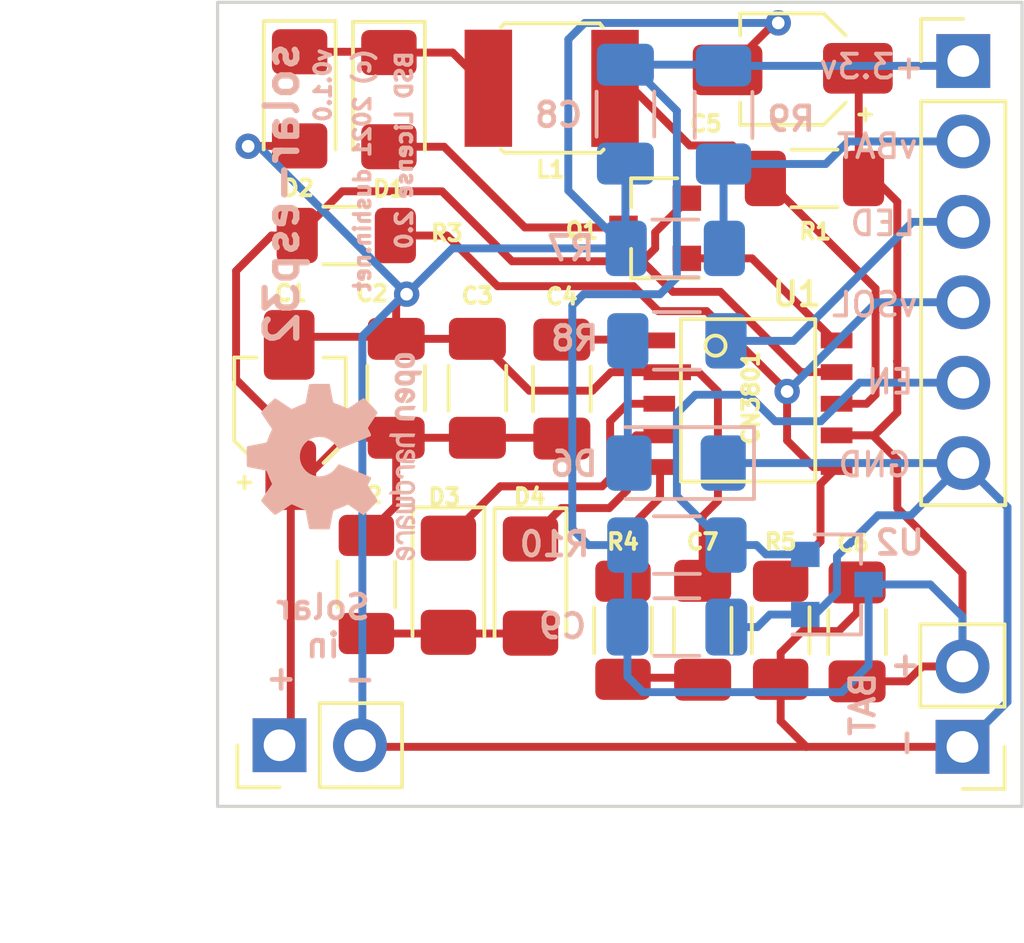
<source format=kicad_pcb>
(kicad_pcb (version 20171130) (host pcbnew "(5.1.9-0-10_14)")

  (general
    (thickness 1.6)
    (drawings 22)
    (tracks 229)
    (zones 0)
    (modules 31)
    (nets 19)
  )

  (page A)
  (title_block
    (title solar-esp32)
    (date 2021-04-18)
    (rev v0.1.0)
    (company "(c) 2021 dushin.net")
    (comment 1 "ESP32/LifePo4 solar charge circuit")
  )

  (layers
    (0 F.Cu signal hide)
    (31 B.Cu signal)
    (32 B.Adhes user)
    (33 F.Adhes user hide)
    (34 B.Paste user)
    (35 F.Paste user hide)
    (36 B.SilkS user)
    (37 F.SilkS user hide)
    (38 B.Mask user)
    (39 F.Mask user hide)
    (40 Dwgs.User user)
    (41 Cmts.User user)
    (42 Eco1.User user)
    (43 Eco2.User user)
    (44 Edge.Cuts user)
    (45 Margin user)
    (46 B.CrtYd user)
    (47 F.CrtYd user hide)
    (48 B.Fab user)
    (49 F.Fab user hide)
  )

  (setup
    (last_trace_width 0.25)
    (trace_clearance 0.2)
    (zone_clearance 0.508)
    (zone_45_only no)
    (trace_min 0.2)
    (via_size 0.8)
    (via_drill 0.4)
    (via_min_size 0.4)
    (via_min_drill 0.3)
    (uvia_size 0.3)
    (uvia_drill 0.1)
    (uvias_allowed no)
    (uvia_min_size 0.2)
    (uvia_min_drill 0.1)
    (edge_width 0.1)
    (segment_width 0.2)
    (pcb_text_width 0.3)
    (pcb_text_size 1.5 1.5)
    (mod_edge_width 0.15)
    (mod_text_size 1 1)
    (mod_text_width 0.15)
    (pad_size 1.524 1.524)
    (pad_drill 0.762)
    (pad_to_mask_clearance 0)
    (aux_axis_origin 109.855 72.009)
    (visible_elements FFFFFF7F)
    (pcbplotparams
      (layerselection 0x010fc_ffffffff)
      (usegerberextensions false)
      (usegerberattributes true)
      (usegerberadvancedattributes true)
      (creategerberjobfile true)
      (excludeedgelayer true)
      (linewidth 0.100000)
      (plotframeref false)
      (viasonmask false)
      (mode 1)
      (useauxorigin false)
      (hpglpennumber 1)
      (hpglpenspeed 20)
      (hpglpendiameter 15.000000)
      (psnegative false)
      (psa4output false)
      (plotreference true)
      (plotvalue false)
      (plotinvisibletext false)
      (padsonsilk false)
      (subtractmaskfromsilk false)
      (outputformat 1)
      (mirror false)
      (drillshape 0)
      (scaleselection 1)
      (outputdirectory "gerber/"))
  )

  (net 0 "")
  (net 1 /GND)
  (net 2 /SOL+)
  (net 3 /BAT+)
  (net 4 /ADC)
  (net 5 /ESP-LED)
  (net 6 /CSP)
  (net 7 /MPPT)
  (net 8 /VG)
  (net 9 /CHRG)
  (net 10 /DRV)
  (net 11 /COM)
  (net 12 /DRAIN)
  (net 13 /DRAIN2)
  (net 14 /CHRGLED)
  (net 15 /ESP-LED2)
  (net 16 /COM2)
  (net 17 /DONE)
  (net 18 /EN)

  (net_class Default "This is the default net class."
    (clearance 0.2)
    (trace_width 0.25)
    (via_dia 0.8)
    (via_drill 0.4)
    (uvia_dia 0.3)
    (uvia_drill 0.1)
    (add_net /ADC)
    (add_net /BAT+)
    (add_net /CHRG)
    (add_net /CHRGLED)
    (add_net /COM)
    (add_net /COM2)
    (add_net /CSP)
    (add_net /DONE)
    (add_net /DRAIN)
    (add_net /DRAIN2)
    (add_net /DRV)
    (add_net /EN)
    (add_net /ESP-LED)
    (add_net /ESP-LED2)
    (add_net /GND)
    (add_net /MPPT)
    (add_net /SOL+)
    (add_net /VG)
  )

  (module Package_TO_SOT_SMD:SOT-23 (layer B.Cu) (tedit 5A02FF57) (tstamp 606AF7F9)
    (at 144.018 90.1446)
    (descr "SOT-23, Standard")
    (tags SOT-23)
    (path /6068AC07)
    (attr smd)
    (fp_text reference U2 (at 1.9812 -1.3208) (layer B.SilkS)
      (effects (font (size 0.75 0.75) (thickness 0.15)) (justify mirror))
    )
    (fp_text value APX803L (at 0 -2.5) (layer B.Fab) hide
      (effects (font (size 1 1) (thickness 0.15)) (justify mirror))
    )
    (fp_line (start -0.7 0.95) (end -0.7 -1.5) (layer B.Fab) (width 0.1))
    (fp_line (start -0.15 1.52) (end 0.7 1.52) (layer B.Fab) (width 0.1))
    (fp_line (start -0.7 0.95) (end -0.15 1.52) (layer B.Fab) (width 0.1))
    (fp_line (start 0.7 1.52) (end 0.7 -1.52) (layer B.Fab) (width 0.1))
    (fp_line (start -0.7 -1.52) (end 0.7 -1.52) (layer B.Fab) (width 0.1))
    (fp_line (start 0.76 -1.58) (end 0.76 -0.65) (layer B.SilkS) (width 0.12))
    (fp_line (start 0.76 1.58) (end 0.76 0.65) (layer B.SilkS) (width 0.12))
    (fp_line (start -1.7 1.75) (end 1.7 1.75) (layer B.CrtYd) (width 0.05))
    (fp_line (start 1.7 1.75) (end 1.7 -1.75) (layer B.CrtYd) (width 0.05))
    (fp_line (start 1.7 -1.75) (end -1.7 -1.75) (layer B.CrtYd) (width 0.05))
    (fp_line (start -1.7 -1.75) (end -1.7 1.75) (layer B.CrtYd) (width 0.05))
    (fp_line (start 0.76 1.58) (end -1.4 1.58) (layer B.SilkS) (width 0.12))
    (fp_line (start 0.76 -1.58) (end -0.7 -1.58) (layer B.SilkS) (width 0.12))
    (fp_text user %R (at 0 0 270) (layer B.Fab)
      (effects (font (size 0.5 0.5) (thickness 0.075)) (justify mirror))
    )
    (pad 3 smd rect (at 1 0) (size 0.9 0.8) (layers B.Cu B.Paste B.Mask)
      (net 3 /BAT+))
    (pad 2 smd rect (at -1 -0.95) (size 0.9 0.8) (layers B.Cu B.Paste B.Mask)
      (net 18 /EN))
    (pad 1 smd rect (at -1 0.95) (size 0.9 0.8) (layers B.Cu B.Paste B.Mask)
      (net 1 /GND))
    (model ${KISYS3DMOD}/Package_TO_SOT_SMD.3dshapes/SOT-23.wrl
      (at (xyz 0 0 0))
      (scale (xyz 1 1 1))
      (rotate (xyz 0 0 0))
    )
  )

  (module Capacitor_SMD:C_1206_3216Metric_Pad1.33x1.80mm_HandSolder (layer B.Cu) (tedit 5F68FEEF) (tstamp 607C96BB)
    (at 138.9634 91.4908)
    (descr "Capacitor SMD 1206 (3216 Metric), square (rectangular) end terminal, IPC_7351 nominal with elongated pad for handsoldering. (Body size source: IPC-SM-782 page 76, https://www.pcb-3d.com/wordpress/wp-content/uploads/ipc-sm-782a_amendment_1_and_2.pdf), generated with kicad-footprint-generator")
    (tags "capacitor handsolder")
    (path /607CCEC6)
    (attr smd)
    (fp_text reference C9 (at -3.6068 -0.0254) (layer B.SilkS)
      (effects (font (size 0.75 0.75) (thickness 0.15)) (justify mirror))
    )
    (fp_text value 100uF (at 0 -1.85) (layer B.Fab) hide
      (effects (font (size 1 1) (thickness 0.15)) (justify mirror))
    )
    (fp_line (start 2.48 -1.15) (end -2.48 -1.15) (layer B.CrtYd) (width 0.05))
    (fp_line (start 2.48 1.15) (end 2.48 -1.15) (layer B.CrtYd) (width 0.05))
    (fp_line (start -2.48 1.15) (end 2.48 1.15) (layer B.CrtYd) (width 0.05))
    (fp_line (start -2.48 -1.15) (end -2.48 1.15) (layer B.CrtYd) (width 0.05))
    (fp_line (start -0.711252 -0.91) (end 0.711252 -0.91) (layer B.SilkS) (width 0.12))
    (fp_line (start -0.711252 0.91) (end 0.711252 0.91) (layer B.SilkS) (width 0.12))
    (fp_line (start 1.6 -0.8) (end -1.6 -0.8) (layer B.Fab) (width 0.1))
    (fp_line (start 1.6 0.8) (end 1.6 -0.8) (layer B.Fab) (width 0.1))
    (fp_line (start -1.6 0.8) (end 1.6 0.8) (layer B.Fab) (width 0.1))
    (fp_line (start -1.6 -0.8) (end -1.6 0.8) (layer B.Fab) (width 0.1))
    (fp_text user %R (at 0 0) (layer B.Fab)
      (effects (font (size 0.8 0.8) (thickness 0.12)) (justify mirror))
    )
    (pad 2 smd roundrect (at 1.5625 0) (size 1.325 1.8) (layers B.Cu B.Paste B.Mask) (roundrect_rratio 0.188679)
      (net 1 /GND))
    (pad 1 smd roundrect (at -1.5625 0) (size 1.325 1.8) (layers B.Cu B.Paste B.Mask) (roundrect_rratio 0.188679)
      (net 3 /BAT+))
    (model ${KISYS3DMOD}/Capacitor_SMD.3dshapes/C_1206_3216Metric.wrl
      (at (xyz 0 0 0))
      (scale (xyz 1 1 1))
      (rotate (xyz 0 0 0))
    )
  )

  (module Symbol:OSHW-Logo2_7.3x6mm_SilkScreen (layer B.Cu) (tedit 0) (tstamp 60768318)
    (at 128.143 86.106 270)
    (descr "Open Source Hardware Symbol")
    (tags "Logo Symbol OSHW")
    (attr virtual)
    (fp_text reference REF** (at 0 0 90) (layer B.SilkS) hide
      (effects (font (size 1 1) (thickness 0.15)) (justify mirror))
    )
    (fp_text value OSHW-Logo2_7.3x6mm_SilkScreen (at 0.75 0 90) (layer B.Fab) hide
      (effects (font (size 1 1) (thickness 0.15)) (justify mirror))
    )
    (fp_poly (pts (xy -2.400256 -1.919918) (xy -2.344799 -1.947568) (xy -2.295852 -1.99848) (xy -2.282371 -2.017338)
      (xy -2.267686 -2.042015) (xy -2.258158 -2.068816) (xy -2.252707 -2.104587) (xy -2.250253 -2.156169)
      (xy -2.249714 -2.224267) (xy -2.252148 -2.317588) (xy -2.260606 -2.387657) (xy -2.276826 -2.439931)
      (xy -2.302546 -2.479869) (xy -2.339503 -2.512929) (xy -2.342218 -2.514886) (xy -2.37864 -2.534908)
      (xy -2.422498 -2.544815) (xy -2.478276 -2.547257) (xy -2.568952 -2.547257) (xy -2.56899 -2.635283)
      (xy -2.569834 -2.684308) (xy -2.574976 -2.713065) (xy -2.588413 -2.730311) (xy -2.614142 -2.744808)
      (xy -2.620321 -2.747769) (xy -2.649236 -2.761648) (xy -2.671624 -2.770414) (xy -2.688271 -2.771171)
      (xy -2.699964 -2.761023) (xy -2.70749 -2.737073) (xy -2.711634 -2.696426) (xy -2.713185 -2.636186)
      (xy -2.712929 -2.553455) (xy -2.711651 -2.445339) (xy -2.711252 -2.413) (xy -2.709815 -2.301524)
      (xy -2.708528 -2.228603) (xy -2.569029 -2.228603) (xy -2.568245 -2.290499) (xy -2.56476 -2.330997)
      (xy -2.556876 -2.357708) (xy -2.542895 -2.378244) (xy -2.533403 -2.38826) (xy -2.494596 -2.417567)
      (xy -2.460237 -2.419952) (xy -2.424784 -2.39575) (xy -2.423886 -2.394857) (xy -2.409461 -2.376153)
      (xy -2.400687 -2.350732) (xy -2.396261 -2.311584) (xy -2.394882 -2.251697) (xy -2.394857 -2.23843)
      (xy -2.398188 -2.155901) (xy -2.409031 -2.098691) (xy -2.42866 -2.063766) (xy -2.45835 -2.048094)
      (xy -2.475509 -2.046514) (xy -2.516234 -2.053926) (xy -2.544168 -2.07833) (xy -2.560983 -2.12298)
      (xy -2.56835 -2.19113) (xy -2.569029 -2.228603) (xy -2.708528 -2.228603) (xy -2.708292 -2.215245)
      (xy -2.706323 -2.150333) (xy -2.70355 -2.102958) (xy -2.699612 -2.06929) (xy -2.694151 -2.045498)
      (xy -2.686808 -2.027753) (xy -2.677223 -2.012224) (xy -2.673113 -2.006381) (xy -2.618595 -1.951185)
      (xy -2.549664 -1.91989) (xy -2.469928 -1.911165) (xy -2.400256 -1.919918)) (layer B.SilkS) (width 0.01))
    (fp_poly (pts (xy -1.283907 -1.92778) (xy -1.237328 -1.954723) (xy -1.204943 -1.981466) (xy -1.181258 -2.009484)
      (xy -1.164941 -2.043748) (xy -1.154661 -2.089227) (xy -1.149086 -2.150892) (xy -1.146884 -2.233711)
      (xy -1.146629 -2.293246) (xy -1.146629 -2.512391) (xy -1.208314 -2.540044) (xy -1.27 -2.567697)
      (xy -1.277257 -2.32767) (xy -1.280256 -2.238028) (xy -1.283402 -2.172962) (xy -1.287299 -2.128026)
      (xy -1.292553 -2.09877) (xy -1.299769 -2.080748) (xy -1.30955 -2.069511) (xy -1.312688 -2.067079)
      (xy -1.360239 -2.048083) (xy -1.408303 -2.0556) (xy -1.436914 -2.075543) (xy -1.448553 -2.089675)
      (xy -1.456609 -2.10822) (xy -1.461729 -2.136334) (xy -1.464559 -2.179173) (xy -1.465744 -2.241895)
      (xy -1.465943 -2.307261) (xy -1.465982 -2.389268) (xy -1.467386 -2.447316) (xy -1.472086 -2.486465)
      (xy -1.482013 -2.51178) (xy -1.499097 -2.528323) (xy -1.525268 -2.541156) (xy -1.560225 -2.554491)
      (xy -1.598404 -2.569007) (xy -1.593859 -2.311389) (xy -1.592029 -2.218519) (xy -1.589888 -2.149889)
      (xy -1.586819 -2.100711) (xy -1.582206 -2.066198) (xy -1.575432 -2.041562) (xy -1.565881 -2.022016)
      (xy -1.554366 -2.00477) (xy -1.49881 -1.94968) (xy -1.43102 -1.917822) (xy -1.357287 -1.910191)
      (xy -1.283907 -1.92778)) (layer B.SilkS) (width 0.01))
    (fp_poly (pts (xy -2.958885 -1.921962) (xy -2.890855 -1.957733) (xy -2.840649 -2.015301) (xy -2.822815 -2.052312)
      (xy -2.808937 -2.107882) (xy -2.801833 -2.178096) (xy -2.80116 -2.254727) (xy -2.806573 -2.329552)
      (xy -2.81773 -2.394342) (xy -2.834286 -2.440873) (xy -2.839374 -2.448887) (xy -2.899645 -2.508707)
      (xy -2.971231 -2.544535) (xy -3.048908 -2.55502) (xy -3.127452 -2.53881) (xy -3.149311 -2.529092)
      (xy -3.191878 -2.499143) (xy -3.229237 -2.459433) (xy -3.232768 -2.454397) (xy -3.247119 -2.430124)
      (xy -3.256606 -2.404178) (xy -3.26221 -2.370022) (xy -3.264914 -2.321119) (xy -3.265701 -2.250935)
      (xy -3.265714 -2.2352) (xy -3.265678 -2.230192) (xy -3.120571 -2.230192) (xy -3.119727 -2.29643)
      (xy -3.116404 -2.340386) (xy -3.109417 -2.368779) (xy -3.097584 -2.388325) (xy -3.091543 -2.394857)
      (xy -3.056814 -2.41968) (xy -3.023097 -2.418548) (xy -2.989005 -2.397016) (xy -2.968671 -2.374029)
      (xy -2.956629 -2.340478) (xy -2.949866 -2.287569) (xy -2.949402 -2.281399) (xy -2.948248 -2.185513)
      (xy -2.960312 -2.114299) (xy -2.98543 -2.068194) (xy -3.02344 -2.047635) (xy -3.037008 -2.046514)
      (xy -3.072636 -2.052152) (xy -3.097006 -2.071686) (xy -3.111907 -2.109042) (xy -3.119125 -2.16815)
      (xy -3.120571 -2.230192) (xy -3.265678 -2.230192) (xy -3.265174 -2.160413) (xy -3.262904 -2.108159)
      (xy -3.257932 -2.071949) (xy -3.249287 -2.045299) (xy -3.235995 -2.021722) (xy -3.233057 -2.017338)
      (xy -3.183687 -1.958249) (xy -3.129891 -1.923947) (xy -3.064398 -1.910331) (xy -3.042158 -1.909665)
      (xy -2.958885 -1.921962)) (layer B.SilkS) (width 0.01))
    (fp_poly (pts (xy -1.831697 -1.931239) (xy -1.774473 -1.969735) (xy -1.730251 -2.025335) (xy -1.703833 -2.096086)
      (xy -1.69849 -2.148162) (xy -1.699097 -2.169893) (xy -1.704178 -2.186531) (xy -1.718145 -2.201437)
      (xy -1.745411 -2.217973) (xy -1.790388 -2.239498) (xy -1.857489 -2.269374) (xy -1.857829 -2.269524)
      (xy -1.919593 -2.297813) (xy -1.970241 -2.322933) (xy -2.004596 -2.342179) (xy -2.017482 -2.352848)
      (xy -2.017486 -2.352934) (xy -2.006128 -2.376166) (xy -1.979569 -2.401774) (xy -1.949077 -2.420221)
      (xy -1.93363 -2.423886) (xy -1.891485 -2.411212) (xy -1.855192 -2.379471) (xy -1.837483 -2.344572)
      (xy -1.820448 -2.318845) (xy -1.787078 -2.289546) (xy -1.747851 -2.264235) (xy -1.713244 -2.250471)
      (xy -1.706007 -2.249714) (xy -1.697861 -2.26216) (xy -1.69737 -2.293972) (xy -1.703357 -2.336866)
      (xy -1.714643 -2.382558) (xy -1.73005 -2.422761) (xy -1.730829 -2.424322) (xy -1.777196 -2.489062)
      (xy -1.837289 -2.533097) (xy -1.905535 -2.554711) (xy -1.976362 -2.552185) (xy -2.044196 -2.523804)
      (xy -2.047212 -2.521808) (xy -2.100573 -2.473448) (xy -2.13566 -2.410352) (xy -2.155078 -2.327387)
      (xy -2.157684 -2.304078) (xy -2.162299 -2.194055) (xy -2.156767 -2.142748) (xy -2.017486 -2.142748)
      (xy -2.015676 -2.174753) (xy -2.005778 -2.184093) (xy -1.981102 -2.177105) (xy -1.942205 -2.160587)
      (xy -1.898725 -2.139881) (xy -1.897644 -2.139333) (xy -1.860791 -2.119949) (xy -1.846 -2.107013)
      (xy -1.849647 -2.093451) (xy -1.865005 -2.075632) (xy -1.904077 -2.049845) (xy -1.946154 -2.04795)
      (xy -1.983897 -2.066717) (xy -2.009966 -2.102915) (xy -2.017486 -2.142748) (xy -2.156767 -2.142748)
      (xy -2.152806 -2.106027) (xy -2.12845 -2.036212) (xy -2.094544 -1.987302) (xy -2.033347 -1.937878)
      (xy -1.965937 -1.913359) (xy -1.89712 -1.911797) (xy -1.831697 -1.931239)) (layer B.SilkS) (width 0.01))
    (fp_poly (pts (xy -0.624114 -1.851289) (xy -0.619861 -1.910613) (xy -0.614975 -1.945572) (xy -0.608205 -1.96082)
      (xy -0.598298 -1.961015) (xy -0.595086 -1.959195) (xy -0.552356 -1.946015) (xy -0.496773 -1.946785)
      (xy -0.440263 -1.960333) (xy -0.404918 -1.977861) (xy -0.368679 -2.005861) (xy -0.342187 -2.037549)
      (xy -0.324001 -2.077813) (xy -0.312678 -2.131543) (xy -0.306778 -2.203626) (xy -0.304857 -2.298951)
      (xy -0.304823 -2.317237) (xy -0.3048 -2.522646) (xy -0.350509 -2.53858) (xy -0.382973 -2.54942)
      (xy -0.400785 -2.554468) (xy -0.401309 -2.554514) (xy -0.403063 -2.540828) (xy -0.404556 -2.503076)
      (xy -0.405674 -2.446224) (xy -0.406303 -2.375234) (xy -0.4064 -2.332073) (xy -0.406602 -2.246973)
      (xy -0.407642 -2.185981) (xy -0.410169 -2.144177) (xy -0.414836 -2.116642) (xy -0.422293 -2.098456)
      (xy -0.433189 -2.084698) (xy -0.439993 -2.078073) (xy -0.486728 -2.051375) (xy -0.537728 -2.049375)
      (xy -0.583999 -2.071955) (xy -0.592556 -2.080107) (xy -0.605107 -2.095436) (xy -0.613812 -2.113618)
      (xy -0.619369 -2.139909) (xy -0.622474 -2.179562) (xy -0.623824 -2.237832) (xy -0.624114 -2.318173)
      (xy -0.624114 -2.522646) (xy -0.669823 -2.53858) (xy -0.702287 -2.54942) (xy -0.720099 -2.554468)
      (xy -0.720623 -2.554514) (xy -0.721963 -2.540623) (xy -0.723172 -2.501439) (xy -0.724199 -2.4407)
      (xy -0.724998 -2.362141) (xy -0.725519 -2.269498) (xy -0.725714 -2.166509) (xy -0.725714 -1.769342)
      (xy -0.678543 -1.749444) (xy -0.631371 -1.729547) (xy -0.624114 -1.851289)) (layer B.SilkS) (width 0.01))
    (fp_poly (pts (xy 0.039744 -1.950968) (xy 0.096616 -1.972087) (xy 0.097267 -1.972493) (xy 0.13244 -1.99838)
      (xy 0.158407 -2.028633) (xy 0.17667 -2.068058) (xy 0.188732 -2.121462) (xy 0.196096 -2.193651)
      (xy 0.200264 -2.289432) (xy 0.200629 -2.303078) (xy 0.205876 -2.508842) (xy 0.161716 -2.531678)
      (xy 0.129763 -2.54711) (xy 0.11047 -2.554423) (xy 0.109578 -2.554514) (xy 0.106239 -2.541022)
      (xy 0.103587 -2.504626) (xy 0.101956 -2.451452) (xy 0.1016 -2.408393) (xy 0.101592 -2.338641)
      (xy 0.098403 -2.294837) (xy 0.087288 -2.273944) (xy 0.063501 -2.272925) (xy 0.022296 -2.288741)
      (xy -0.039914 -2.317815) (xy -0.085659 -2.341963) (xy -0.109187 -2.362913) (xy -0.116104 -2.385747)
      (xy -0.116114 -2.386877) (xy -0.104701 -2.426212) (xy -0.070908 -2.447462) (xy -0.019191 -2.450539)
      (xy 0.018061 -2.450006) (xy 0.037703 -2.460735) (xy 0.049952 -2.486505) (xy 0.057002 -2.519337)
      (xy 0.046842 -2.537966) (xy 0.043017 -2.540632) (xy 0.007001 -2.55134) (xy -0.043434 -2.552856)
      (xy -0.095374 -2.545759) (xy -0.132178 -2.532788) (xy -0.183062 -2.489585) (xy -0.211986 -2.429446)
      (xy -0.217714 -2.382462) (xy -0.213343 -2.340082) (xy -0.197525 -2.305488) (xy -0.166203 -2.274763)
      (xy -0.115322 -2.24399) (xy -0.040824 -2.209252) (xy -0.036286 -2.207288) (xy 0.030821 -2.176287)
      (xy 0.072232 -2.150862) (xy 0.089981 -2.128014) (xy 0.086107 -2.104745) (xy 0.062643 -2.078056)
      (xy 0.055627 -2.071914) (xy 0.00863 -2.0481) (xy -0.040067 -2.049103) (xy -0.082478 -2.072451)
      (xy -0.110616 -2.115675) (xy -0.113231 -2.12416) (xy -0.138692 -2.165308) (xy -0.170999 -2.185128)
      (xy -0.217714 -2.20477) (xy -0.217714 -2.15395) (xy -0.203504 -2.080082) (xy -0.161325 -2.012327)
      (xy -0.139376 -1.989661) (xy -0.089483 -1.960569) (xy -0.026033 -1.9474) (xy 0.039744 -1.950968)) (layer B.SilkS) (width 0.01))
    (fp_poly (pts (xy 0.529926 -1.949755) (xy 0.595858 -1.974084) (xy 0.649273 -2.017117) (xy 0.670164 -2.047409)
      (xy 0.692939 -2.102994) (xy 0.692466 -2.143186) (xy 0.668562 -2.170217) (xy 0.659717 -2.174813)
      (xy 0.62153 -2.189144) (xy 0.602028 -2.185472) (xy 0.595422 -2.161407) (xy 0.595086 -2.148114)
      (xy 0.582992 -2.09921) (xy 0.551471 -2.064999) (xy 0.507659 -2.048476) (xy 0.458695 -2.052634)
      (xy 0.418894 -2.074227) (xy 0.40545 -2.086544) (xy 0.395921 -2.101487) (xy 0.389485 -2.124075)
      (xy 0.385317 -2.159328) (xy 0.382597 -2.212266) (xy 0.380502 -2.287907) (xy 0.37996 -2.311857)
      (xy 0.377981 -2.39379) (xy 0.375731 -2.451455) (xy 0.372357 -2.489608) (xy 0.367006 -2.513004)
      (xy 0.358824 -2.526398) (xy 0.346959 -2.534545) (xy 0.339362 -2.538144) (xy 0.307102 -2.550452)
      (xy 0.288111 -2.554514) (xy 0.281836 -2.540948) (xy 0.278006 -2.499934) (xy 0.2766 -2.430999)
      (xy 0.277598 -2.333669) (xy 0.277908 -2.318657) (xy 0.280101 -2.229859) (xy 0.282693 -2.165019)
      (xy 0.286382 -2.119067) (xy 0.291864 -2.086935) (xy 0.299835 -2.063553) (xy 0.310993 -2.043852)
      (xy 0.31683 -2.03541) (xy 0.350296 -1.998057) (xy 0.387727 -1.969003) (xy 0.392309 -1.966467)
      (xy 0.459426 -1.946443) (xy 0.529926 -1.949755)) (layer B.SilkS) (width 0.01))
    (fp_poly (pts (xy 1.190117 -2.065358) (xy 1.189933 -2.173837) (xy 1.189219 -2.257287) (xy 1.187675 -2.319704)
      (xy 1.185001 -2.365085) (xy 1.180894 -2.397429) (xy 1.175055 -2.420733) (xy 1.167182 -2.438995)
      (xy 1.161221 -2.449418) (xy 1.111855 -2.505945) (xy 1.049264 -2.541377) (xy 0.980013 -2.55409)
      (xy 0.910668 -2.542463) (xy 0.869375 -2.521568) (xy 0.826025 -2.485422) (xy 0.796481 -2.441276)
      (xy 0.778655 -2.383462) (xy 0.770463 -2.306313) (xy 0.769302 -2.249714) (xy 0.769458 -2.245647)
      (xy 0.870857 -2.245647) (xy 0.871476 -2.31055) (xy 0.874314 -2.353514) (xy 0.88084 -2.381622)
      (xy 0.892523 -2.401953) (xy 0.906483 -2.417288) (xy 0.953365 -2.44689) (xy 1.003701 -2.449419)
      (xy 1.051276 -2.424705) (xy 1.054979 -2.421356) (xy 1.070783 -2.403935) (xy 1.080693 -2.383209)
      (xy 1.086058 -2.352362) (xy 1.088228 -2.304577) (xy 1.088571 -2.251748) (xy 1.087827 -2.185381)
      (xy 1.084748 -2.141106) (xy 1.078061 -2.112009) (xy 1.066496 -2.091173) (xy 1.057013 -2.080107)
      (xy 1.01296 -2.052198) (xy 0.962224 -2.048843) (xy 0.913796 -2.070159) (xy 0.90445 -2.078073)
      (xy 0.88854 -2.095647) (xy 0.87861 -2.116587) (xy 0.873278 -2.147782) (xy 0.871163 -2.196122)
      (xy 0.870857 -2.245647) (xy 0.769458 -2.245647) (xy 0.77281 -2.158568) (xy 0.784726 -2.090086)
      (xy 0.807135 -2.0386) (xy 0.842124 -1.998443) (xy 0.869375 -1.977861) (xy 0.918907 -1.955625)
      (xy 0.976316 -1.945304) (xy 1.029682 -1.948067) (xy 1.059543 -1.959212) (xy 1.071261 -1.962383)
      (xy 1.079037 -1.950557) (xy 1.084465 -1.918866) (xy 1.088571 -1.870593) (xy 1.093067 -1.816829)
      (xy 1.099313 -1.784482) (xy 1.110676 -1.765985) (xy 1.130528 -1.75377) (xy 1.143 -1.748362)
      (xy 1.190171 -1.728601) (xy 1.190117 -2.065358)) (layer B.SilkS) (width 0.01))
    (fp_poly (pts (xy 1.779833 -1.958663) (xy 1.782048 -1.99685) (xy 1.783784 -2.054886) (xy 1.784899 -2.12818)
      (xy 1.785257 -2.205055) (xy 1.785257 -2.465196) (xy 1.739326 -2.511127) (xy 1.707675 -2.539429)
      (xy 1.67989 -2.550893) (xy 1.641915 -2.550168) (xy 1.62684 -2.548321) (xy 1.579726 -2.542948)
      (xy 1.540756 -2.539869) (xy 1.531257 -2.539585) (xy 1.499233 -2.541445) (xy 1.453432 -2.546114)
      (xy 1.435674 -2.548321) (xy 1.392057 -2.551735) (xy 1.362745 -2.54432) (xy 1.33368 -2.521427)
      (xy 1.323188 -2.511127) (xy 1.277257 -2.465196) (xy 1.277257 -1.978602) (xy 1.314226 -1.961758)
      (xy 1.346059 -1.949282) (xy 1.364683 -1.944914) (xy 1.369458 -1.958718) (xy 1.373921 -1.997286)
      (xy 1.377775 -2.056356) (xy 1.380722 -2.131663) (xy 1.382143 -2.195286) (xy 1.386114 -2.445657)
      (xy 1.420759 -2.450556) (xy 1.452268 -2.447131) (xy 1.467708 -2.436041) (xy 1.472023 -2.415308)
      (xy 1.475708 -2.371145) (xy 1.478469 -2.309146) (xy 1.480012 -2.234909) (xy 1.480235 -2.196706)
      (xy 1.480457 -1.976783) (xy 1.526166 -1.960849) (xy 1.558518 -1.950015) (xy 1.576115 -1.944962)
      (xy 1.576623 -1.944914) (xy 1.578388 -1.958648) (xy 1.580329 -1.99673) (xy 1.582282 -2.054482)
      (xy 1.584084 -2.127227) (xy 1.585343 -2.195286) (xy 1.589314 -2.445657) (xy 1.6764 -2.445657)
      (xy 1.680396 -2.21724) (xy 1.684392 -1.988822) (xy 1.726847 -1.966868) (xy 1.758192 -1.951793)
      (xy 1.776744 -1.944951) (xy 1.777279 -1.944914) (xy 1.779833 -1.958663)) (layer B.SilkS) (width 0.01))
    (fp_poly (pts (xy 2.144876 -1.956335) (xy 2.186667 -1.975344) (xy 2.219469 -1.998378) (xy 2.243503 -2.024133)
      (xy 2.260097 -2.057358) (xy 2.270577 -2.1028) (xy 2.276271 -2.165207) (xy 2.278507 -2.249327)
      (xy 2.278743 -2.304721) (xy 2.278743 -2.520826) (xy 2.241774 -2.53767) (xy 2.212656 -2.549981)
      (xy 2.198231 -2.554514) (xy 2.195472 -2.541025) (xy 2.193282 -2.504653) (xy 2.191942 -2.451542)
      (xy 2.191657 -2.409372) (xy 2.190434 -2.348447) (xy 2.187136 -2.300115) (xy 2.182321 -2.270518)
      (xy 2.178496 -2.264229) (xy 2.152783 -2.270652) (xy 2.112418 -2.287125) (xy 2.065679 -2.309458)
      (xy 2.020845 -2.333457) (xy 1.986193 -2.35493) (xy 1.970002 -2.369685) (xy 1.969938 -2.369845)
      (xy 1.97133 -2.397152) (xy 1.983818 -2.423219) (xy 2.005743 -2.444392) (xy 2.037743 -2.451474)
      (xy 2.065092 -2.450649) (xy 2.103826 -2.450042) (xy 2.124158 -2.459116) (xy 2.136369 -2.483092)
      (xy 2.137909 -2.487613) (xy 2.143203 -2.521806) (xy 2.129047 -2.542568) (xy 2.092148 -2.552462)
      (xy 2.052289 -2.554292) (xy 1.980562 -2.540727) (xy 1.943432 -2.521355) (xy 1.897576 -2.475845)
      (xy 1.873256 -2.419983) (xy 1.871073 -2.360957) (xy 1.891629 -2.305953) (xy 1.922549 -2.271486)
      (xy 1.95342 -2.252189) (xy 2.001942 -2.227759) (xy 2.058485 -2.202985) (xy 2.06791 -2.199199)
      (xy 2.130019 -2.171791) (xy 2.165822 -2.147634) (xy 2.177337 -2.123619) (xy 2.16658 -2.096635)
      (xy 2.148114 -2.075543) (xy 2.104469 -2.049572) (xy 2.056446 -2.047624) (xy 2.012406 -2.067637)
      (xy 1.980709 -2.107551) (xy 1.976549 -2.117848) (xy 1.952327 -2.155724) (xy 1.916965 -2.183842)
      (xy 1.872343 -2.206917) (xy 1.872343 -2.141485) (xy 1.874969 -2.101506) (xy 1.88623 -2.069997)
      (xy 1.911199 -2.036378) (xy 1.935169 -2.010484) (xy 1.972441 -1.973817) (xy 2.001401 -1.954121)
      (xy 2.032505 -1.94622) (xy 2.067713 -1.944914) (xy 2.144876 -1.956335)) (layer B.SilkS) (width 0.01))
    (fp_poly (pts (xy 2.6526 -1.958752) (xy 2.669948 -1.966334) (xy 2.711356 -1.999128) (xy 2.746765 -2.046547)
      (xy 2.768664 -2.097151) (xy 2.772229 -2.122098) (xy 2.760279 -2.156927) (xy 2.734067 -2.175357)
      (xy 2.705964 -2.186516) (xy 2.693095 -2.188572) (xy 2.686829 -2.173649) (xy 2.674456 -2.141175)
      (xy 2.669028 -2.126502) (xy 2.63859 -2.075744) (xy 2.59452 -2.050427) (xy 2.53801 -2.051206)
      (xy 2.533825 -2.052203) (xy 2.503655 -2.066507) (xy 2.481476 -2.094393) (xy 2.466327 -2.139287)
      (xy 2.45725 -2.204615) (xy 2.453286 -2.293804) (xy 2.452914 -2.341261) (xy 2.45273 -2.416071)
      (xy 2.451522 -2.467069) (xy 2.448309 -2.499471) (xy 2.442109 -2.518495) (xy 2.43194 -2.529356)
      (xy 2.416819 -2.537272) (xy 2.415946 -2.53767) (xy 2.386828 -2.549981) (xy 2.372403 -2.554514)
      (xy 2.370186 -2.540809) (xy 2.368289 -2.502925) (xy 2.366847 -2.445715) (xy 2.365998 -2.374027)
      (xy 2.365829 -2.321565) (xy 2.366692 -2.220047) (xy 2.37007 -2.143032) (xy 2.377142 -2.086023)
      (xy 2.389088 -2.044526) (xy 2.40709 -2.014043) (xy 2.432327 -1.99008) (xy 2.457247 -1.973355)
      (xy 2.517171 -1.951097) (xy 2.586911 -1.946076) (xy 2.6526 -1.958752)) (layer B.SilkS) (width 0.01))
    (fp_poly (pts (xy 3.153595 -1.966966) (xy 3.211021 -2.004497) (xy 3.238719 -2.038096) (xy 3.260662 -2.099064)
      (xy 3.262405 -2.147308) (xy 3.258457 -2.211816) (xy 3.109686 -2.276934) (xy 3.037349 -2.310202)
      (xy 2.990084 -2.336964) (xy 2.965507 -2.360144) (xy 2.961237 -2.382667) (xy 2.974889 -2.407455)
      (xy 2.989943 -2.423886) (xy 3.033746 -2.450235) (xy 3.081389 -2.452081) (xy 3.125145 -2.431546)
      (xy 3.157289 -2.390752) (xy 3.163038 -2.376347) (xy 3.190576 -2.331356) (xy 3.222258 -2.312182)
      (xy 3.265714 -2.295779) (xy 3.265714 -2.357966) (xy 3.261872 -2.400283) (xy 3.246823 -2.435969)
      (xy 3.21528 -2.476943) (xy 3.210592 -2.482267) (xy 3.175506 -2.51872) (xy 3.145347 -2.538283)
      (xy 3.107615 -2.547283) (xy 3.076335 -2.55023) (xy 3.020385 -2.550965) (xy 2.980555 -2.54166)
      (xy 2.955708 -2.527846) (xy 2.916656 -2.497467) (xy 2.889625 -2.464613) (xy 2.872517 -2.423294)
      (xy 2.863238 -2.367521) (xy 2.859693 -2.291305) (xy 2.85941 -2.252622) (xy 2.860372 -2.206247)
      (xy 2.948007 -2.206247) (xy 2.949023 -2.231126) (xy 2.951556 -2.2352) (xy 2.968274 -2.229665)
      (xy 3.004249 -2.215017) (xy 3.052331 -2.19419) (xy 3.062386 -2.189714) (xy 3.123152 -2.158814)
      (xy 3.156632 -2.131657) (xy 3.16399 -2.10622) (xy 3.146391 -2.080481) (xy 3.131856 -2.069109)
      (xy 3.07941 -2.046364) (xy 3.030322 -2.050122) (xy 2.989227 -2.077884) (xy 2.960758 -2.127152)
      (xy 2.951631 -2.166257) (xy 2.948007 -2.206247) (xy 2.860372 -2.206247) (xy 2.861285 -2.162249)
      (xy 2.868196 -2.095384) (xy 2.881884 -2.046695) (xy 2.904096 -2.010849) (xy 2.936574 -1.982513)
      (xy 2.950733 -1.973355) (xy 3.015053 -1.949507) (xy 3.085473 -1.948006) (xy 3.153595 -1.966966)) (layer B.SilkS) (width 0.01))
    (fp_poly (pts (xy 0.10391 2.757652) (xy 0.182454 2.757222) (xy 0.239298 2.756058) (xy 0.278105 2.753793)
      (xy 0.302538 2.75006) (xy 0.316262 2.744494) (xy 0.32294 2.736727) (xy 0.326236 2.726395)
      (xy 0.326556 2.725057) (xy 0.331562 2.700921) (xy 0.340829 2.653299) (xy 0.353392 2.587259)
      (xy 0.368287 2.507872) (xy 0.384551 2.420204) (xy 0.385119 2.417125) (xy 0.40141 2.331211)
      (xy 0.416652 2.255304) (xy 0.429861 2.193955) (xy 0.440054 2.151718) (xy 0.446248 2.133145)
      (xy 0.446543 2.132816) (xy 0.464788 2.123747) (xy 0.502405 2.108633) (xy 0.551271 2.090738)
      (xy 0.551543 2.090642) (xy 0.613093 2.067507) (xy 0.685657 2.038035) (xy 0.754057 2.008403)
      (xy 0.757294 2.006938) (xy 0.868702 1.956374) (xy 1.115399 2.12484) (xy 1.191077 2.176197)
      (xy 1.259631 2.222111) (xy 1.317088 2.25997) (xy 1.359476 2.287163) (xy 1.382825 2.301079)
      (xy 1.385042 2.302111) (xy 1.40201 2.297516) (xy 1.433701 2.275345) (xy 1.481352 2.234553)
      (xy 1.546198 2.174095) (xy 1.612397 2.109773) (xy 1.676214 2.046388) (xy 1.733329 1.988549)
      (xy 1.780305 1.939825) (xy 1.813703 1.90379) (xy 1.830085 1.884016) (xy 1.830694 1.882998)
      (xy 1.832505 1.869428) (xy 1.825683 1.847267) (xy 1.80854 1.813522) (xy 1.779393 1.7652)
      (xy 1.736555 1.699308) (xy 1.679448 1.614483) (xy 1.628766 1.539823) (xy 1.583461 1.47286)
      (xy 1.54615 1.417484) (xy 1.519452 1.37758) (xy 1.505985 1.357038) (xy 1.505137 1.355644)
      (xy 1.506781 1.335962) (xy 1.519245 1.297707) (xy 1.540048 1.248111) (xy 1.547462 1.232272)
      (xy 1.579814 1.16171) (xy 1.614328 1.081647) (xy 1.642365 1.012371) (xy 1.662568 0.960955)
      (xy 1.678615 0.921881) (xy 1.687888 0.901459) (xy 1.689041 0.899886) (xy 1.706096 0.897279)
      (xy 1.746298 0.890137) (xy 1.804302 0.879477) (xy 1.874763 0.866315) (xy 1.952335 0.851667)
      (xy 2.031672 0.836551) (xy 2.107431 0.821982) (xy 2.174264 0.808978) (xy 2.226828 0.798555)
      (xy 2.259776 0.79173) (xy 2.267857 0.789801) (xy 2.276205 0.785038) (xy 2.282506 0.774282)
      (xy 2.287045 0.753902) (xy 2.290104 0.720266) (xy 2.291967 0.669745) (xy 2.292918 0.598708)
      (xy 2.29324 0.503524) (xy 2.293257 0.464508) (xy 2.293257 0.147201) (xy 2.217057 0.132161)
      (xy 2.174663 0.124005) (xy 2.1114 0.112101) (xy 2.034962 0.097884) (xy 1.953043 0.08279)
      (xy 1.9304 0.078645) (xy 1.854806 0.063947) (xy 1.788953 0.049495) (xy 1.738366 0.036625)
      (xy 1.708574 0.026678) (xy 1.703612 0.023713) (xy 1.691426 0.002717) (xy 1.673953 -0.037967)
      (xy 1.654577 -0.090322) (xy 1.650734 -0.1016) (xy 1.625339 -0.171523) (xy 1.593817 -0.250418)
      (xy 1.562969 -0.321266) (xy 1.562817 -0.321595) (xy 1.511447 -0.432733) (xy 1.680399 -0.681253)
      (xy 1.849352 -0.929772) (xy 1.632429 -1.147058) (xy 1.566819 -1.211726) (xy 1.506979 -1.268733)
      (xy 1.456267 -1.315033) (xy 1.418046 -1.347584) (xy 1.395675 -1.363343) (xy 1.392466 -1.364343)
      (xy 1.373626 -1.356469) (xy 1.33518 -1.334578) (xy 1.28133 -1.301267) (xy 1.216276 -1.259131)
      (xy 1.14594 -1.211943) (xy 1.074555 -1.16381) (xy 1.010908 -1.121928) (xy 0.959041 -1.088871)
      (xy 0.922995 -1.067218) (xy 0.906867 -1.059543) (xy 0.887189 -1.066037) (xy 0.849875 -1.08315)
      (xy 0.802621 -1.107326) (xy 0.797612 -1.110013) (xy 0.733977 -1.141927) (xy 0.690341 -1.157579)
      (xy 0.663202 -1.157745) (xy 0.649057 -1.143204) (xy 0.648975 -1.143) (xy 0.641905 -1.125779)
      (xy 0.625042 -1.084899) (xy 0.599695 -1.023525) (xy 0.567171 -0.944819) (xy 0.528778 -0.851947)
      (xy 0.485822 -0.748072) (xy 0.444222 -0.647502) (xy 0.398504 -0.536516) (xy 0.356526 -0.433703)
      (xy 0.319548 -0.342215) (xy 0.288827 -0.265201) (xy 0.265622 -0.205815) (xy 0.25119 -0.167209)
      (xy 0.246743 -0.1528) (xy 0.257896 -0.136272) (xy 0.287069 -0.10993) (xy 0.325971 -0.080887)
      (xy 0.436757 0.010961) (xy 0.523351 0.116241) (xy 0.584716 0.232734) (xy 0.619815 0.358224)
      (xy 0.627608 0.490493) (xy 0.621943 0.551543) (xy 0.591078 0.678205) (xy 0.53792 0.790059)
      (xy 0.465767 0.885999) (xy 0.377917 0.964924) (xy 0.277665 1.02573) (xy 0.16831 1.067313)
      (xy 0.053147 1.088572) (xy -0.064525 1.088401) (xy -0.18141 1.065699) (xy -0.294211 1.019362)
      (xy -0.399631 0.948287) (xy -0.443632 0.908089) (xy -0.528021 0.804871) (xy -0.586778 0.692075)
      (xy -0.620296 0.57299) (xy -0.628965 0.450905) (xy -0.613177 0.329107) (xy -0.573322 0.210884)
      (xy -0.509793 0.099525) (xy -0.422979 -0.001684) (xy -0.325971 -0.080887) (xy -0.285563 -0.111162)
      (xy -0.257018 -0.137219) (xy -0.246743 -0.152825) (xy -0.252123 -0.169843) (xy -0.267425 -0.2105)
      (xy -0.291388 -0.271642) (xy -0.322756 -0.350119) (xy -0.360268 -0.44278) (xy -0.402667 -0.546472)
      (xy -0.444337 -0.647526) (xy -0.49031 -0.758607) (xy -0.532893 -0.861541) (xy -0.570779 -0.953165)
      (xy -0.60266 -1.030316) (xy -0.627229 -1.089831) (xy -0.64318 -1.128544) (xy -0.64909 -1.143)
      (xy -0.663052 -1.157685) (xy -0.69006 -1.157642) (xy -0.733587 -1.142099) (xy -0.79711 -1.110284)
      (xy -0.797612 -1.110013) (xy -0.84544 -1.085323) (xy -0.884103 -1.067338) (xy -0.905905 -1.059614)
      (xy -0.906867 -1.059543) (xy -0.923279 -1.067378) (xy -0.959513 -1.089165) (xy -1.011526 -1.122328)
      (xy -1.075275 -1.164291) (xy -1.14594 -1.211943) (xy -1.217884 -1.260191) (xy -1.282726 -1.302151)
      (xy -1.336265 -1.335227) (xy -1.374303 -1.356821) (xy -1.392467 -1.364343) (xy -1.409192 -1.354457)
      (xy -1.44282 -1.326826) (xy -1.48999 -1.284495) (xy -1.547342 -1.230505) (xy -1.611516 -1.167899)
      (xy -1.632503 -1.146983) (xy -1.849501 -0.929623) (xy -1.684332 -0.68722) (xy -1.634136 -0.612781)
      (xy -1.590081 -0.545972) (xy -1.554638 -0.490665) (xy -1.530281 -0.450729) (xy -1.519478 -0.430036)
      (xy -1.519162 -0.428563) (xy -1.524857 -0.409058) (xy -1.540174 -0.369822) (xy -1.562463 -0.31743)
      (xy -1.578107 -0.282355) (xy -1.607359 -0.215201) (xy -1.634906 -0.147358) (xy -1.656263 -0.090034)
      (xy -1.662065 -0.072572) (xy -1.678548 -0.025938) (xy -1.69466 0.010095) (xy -1.70351 0.023713)
      (xy -1.72304 0.032048) (xy -1.765666 0.043863) (xy -1.825855 0.057819) (xy -1.898078 0.072578)
      (xy -1.9304 0.078645) (xy -2.012478 0.093727) (xy -2.091205 0.108331) (xy -2.158891 0.12102)
      (xy -2.20784 0.130358) (xy -2.217057 0.132161) (xy -2.293257 0.147201) (xy -2.293257 0.464508)
      (xy -2.293086 0.568846) (xy -2.292384 0.647787) (xy -2.290866 0.704962) (xy -2.288251 0.744001)
      (xy -2.284254 0.768535) (xy -2.278591 0.782195) (xy -2.27098 0.788611) (xy -2.267857 0.789801)
      (xy -2.249022 0.79402) (xy -2.207412 0.802438) (xy -2.14837 0.814039) (xy -2.077243 0.827805)
      (xy -1.999375 0.84272) (xy -1.920113 0.857768) (xy -1.844802 0.871931) (xy -1.778787 0.884194)
      (xy -1.727413 0.893539) (xy -1.696025 0.89895) (xy -1.689041 0.899886) (xy -1.682715 0.912404)
      (xy -1.66871 0.945754) (xy -1.649645 0.993623) (xy -1.642366 1.012371) (xy -1.613004 1.084805)
      (xy -1.578429 1.16483) (xy -1.547463 1.232272) (xy -1.524677 1.283841) (xy -1.509518 1.326215)
      (xy -1.504458 1.352166) (xy -1.505264 1.355644) (xy -1.515959 1.372064) (xy -1.54038 1.408583)
      (xy -1.575905 1.461313) (xy -1.619913 1.526365) (xy -1.669783 1.599849) (xy -1.679644 1.614355)
      (xy -1.737508 1.700296) (xy -1.780044 1.765739) (xy -1.808946 1.813696) (xy -1.82591 1.84718)
      (xy -1.832633 1.869205) (xy -1.83081 1.882783) (xy -1.830764 1.882869) (xy -1.816414 1.900703)
      (xy -1.784677 1.935183) (xy -1.73899 1.982732) (xy -1.682796 2.039778) (xy -1.619532 2.102745)
      (xy -1.612398 2.109773) (xy -1.53267 2.18698) (xy -1.471143 2.24367) (xy -1.426579 2.28089)
      (xy -1.397743 2.299685) (xy -1.385042 2.302111) (xy -1.366506 2.291529) (xy -1.328039 2.267084)
      (xy -1.273614 2.231388) (xy -1.207202 2.187053) (xy -1.132775 2.136689) (xy -1.115399 2.12484)
      (xy -0.868703 1.956374) (xy -0.757294 2.006938) (xy -0.689543 2.036405) (xy -0.616817 2.066041)
      (xy -0.554297 2.08967) (xy -0.551543 2.090642) (xy -0.50264 2.108543) (xy -0.464943 2.12368)
      (xy -0.446575 2.13279) (xy -0.446544 2.132816) (xy -0.440715 2.149283) (xy -0.430808 2.189781)
      (xy -0.417805 2.249758) (xy -0.402691 2.32466) (xy -0.386448 2.409936) (xy -0.385119 2.417125)
      (xy -0.368825 2.504986) (xy -0.353867 2.58474) (xy -0.341209 2.651319) (xy -0.331814 2.699653)
      (xy -0.326646 2.724675) (xy -0.326556 2.725057) (xy -0.323411 2.735701) (xy -0.317296 2.743738)
      (xy -0.304547 2.749533) (xy -0.2815 2.753453) (xy -0.244491 2.755865) (xy -0.189856 2.757135)
      (xy -0.113933 2.757629) (xy -0.013056 2.757714) (xy 0 2.757714) (xy 0.10391 2.757652)) (layer B.SilkS) (width 0.01))
  )

  (module Connector_PinHeader_2.54mm:PinHeader_1x06_P2.54mm_Vertical (layer F.Cu) (tedit 59FED5CC) (tstamp 606B07D9)
    (at 148.0058 73.6092)
    (descr "Through hole straight pin header, 1x06, 2.54mm pitch, single row")
    (tags "Through hole pin header THT 1x06 2.54mm single row")
    (path /6024DB17)
    (fp_text reference J4 (at 0 -2.33) (layer F.SilkS) hide
      (effects (font (size 1 1) (thickness 0.15)))
    )
    (fp_text value ESP32 (at 0 15.03) (layer F.Fab) hide
      (effects (font (size 1 1) (thickness 0.15)))
    )
    (fp_line (start -0.635 -1.27) (end 1.27 -1.27) (layer F.Fab) (width 0.1))
    (fp_line (start 1.27 -1.27) (end 1.27 13.97) (layer F.Fab) (width 0.1))
    (fp_line (start 1.27 13.97) (end -1.27 13.97) (layer F.Fab) (width 0.1))
    (fp_line (start -1.27 13.97) (end -1.27 -0.635) (layer F.Fab) (width 0.1))
    (fp_line (start -1.27 -0.635) (end -0.635 -1.27) (layer F.Fab) (width 0.1))
    (fp_line (start -1.33 14.03) (end 1.33 14.03) (layer F.SilkS) (width 0.12))
    (fp_line (start -1.33 1.27) (end -1.33 14.03) (layer F.SilkS) (width 0.12))
    (fp_line (start 1.33 1.27) (end 1.33 14.03) (layer F.SilkS) (width 0.12))
    (fp_line (start -1.33 1.27) (end 1.33 1.27) (layer F.SilkS) (width 0.12))
    (fp_line (start -1.33 0) (end -1.33 -1.33) (layer F.SilkS) (width 0.12))
    (fp_line (start -1.33 -1.33) (end 0 -1.33) (layer F.SilkS) (width 0.12))
    (fp_line (start -1.8 -1.8) (end -1.8 14.5) (layer F.CrtYd) (width 0.05))
    (fp_line (start -1.8 14.5) (end 1.8 14.5) (layer F.CrtYd) (width 0.05))
    (fp_line (start 1.8 14.5) (end 1.8 -1.8) (layer F.CrtYd) (width 0.05))
    (fp_line (start 1.8 -1.8) (end -1.8 -1.8) (layer F.CrtYd) (width 0.05))
    (fp_text user %R (at 0 6.35 90) (layer F.Fab) hide
      (effects (font (size 1 1) (thickness 0.15)))
    )
    (pad 6 thru_hole oval (at 0 12.7) (size 1.7 1.7) (drill 1) (layers *.Cu *.Mask)
      (net 1 /GND))
    (pad 5 thru_hole oval (at 0 10.16) (size 1.7 1.7) (drill 1) (layers *.Cu *.Mask)
      (net 18 /EN))
    (pad 4 thru_hole oval (at 0 7.62) (size 1.7 1.7) (drill 1) (layers *.Cu *.Mask)
      (net 7 /MPPT))
    (pad 3 thru_hole oval (at 0 5.08) (size 1.7 1.7) (drill 1) (layers *.Cu *.Mask)
      (net 5 /ESP-LED))
    (pad 2 thru_hole oval (at 0 2.54) (size 1.7 1.7) (drill 1) (layers *.Cu *.Mask)
      (net 4 /ADC))
    (pad 1 thru_hole rect (at 0 0) (size 1.7 1.7) (drill 1) (layers *.Cu *.Mask)
      (net 3 /BAT+))
    (model ${KISYS3DMOD}/Connector_PinHeader_2.54mm.3dshapes/PinHeader_1x06_P2.54mm_Vertical.wrl
      (at (xyz 0 0 0))
      (scale (xyz 1 1 1))
      (rotate (xyz 0 0 0))
    )
  )

  (module Resistor_SMD:R_1206_3216Metric_Pad1.30x1.75mm_HandSolder (layer B.Cu) (tedit 5F68FEEE) (tstamp 606AF7BE)
    (at 138.9634 88.9)
    (descr "Resistor SMD 1206 (3216 Metric), square (rectangular) end terminal, IPC_7351 nominal with elongated pad for handsoldering. (Body size source: IPC-SM-782 page 72, https://www.pcb-3d.com/wordpress/wp-content/uploads/ipc-sm-782a_amendment_1_and_2.pdf), generated with kicad-footprint-generator")
    (tags "resistor handsolder")
    (path /606BFB1B)
    (attr smd)
    (fp_text reference R10 (at -3.8608 -0.0254) (layer B.SilkS)
      (effects (font (size 0.75 0.75) (thickness 0.15)) (justify mirror))
    )
    (fp_text value 100k (at -4.6142 -0.3106 180) (layer B.Fab) hide
      (effects (font (size 1 1) (thickness 0.15)) (justify mirror))
    )
    (fp_line (start -1.6 -0.8) (end -1.6 0.8) (layer B.Fab) (width 0.1))
    (fp_line (start -1.6 0.8) (end 1.6 0.8) (layer B.Fab) (width 0.1))
    (fp_line (start 1.6 0.8) (end 1.6 -0.8) (layer B.Fab) (width 0.1))
    (fp_line (start 1.6 -0.8) (end -1.6 -0.8) (layer B.Fab) (width 0.1))
    (fp_line (start -0.727064 0.91) (end 0.727064 0.91) (layer B.SilkS) (width 0.12))
    (fp_line (start -0.727064 -0.91) (end 0.727064 -0.91) (layer B.SilkS) (width 0.12))
    (fp_line (start -2.45 -1.12) (end -2.45 1.12) (layer B.CrtYd) (width 0.05))
    (fp_line (start -2.45 1.12) (end 2.45 1.12) (layer B.CrtYd) (width 0.05))
    (fp_line (start 2.45 1.12) (end 2.45 -1.12) (layer B.CrtYd) (width 0.05))
    (fp_line (start 2.45 -1.12) (end -2.45 -1.12) (layer B.CrtYd) (width 0.05))
    (fp_text user %R (at 0 0.0762) (layer B.Fab)
      (effects (font (size 0.8 0.8) (thickness 0.12)) (justify mirror))
    )
    (pad 2 smd roundrect (at 1.55 0) (size 1.3 1.75) (layers B.Cu B.Paste B.Mask) (roundrect_rratio 0.192308)
      (net 18 /EN))
    (pad 1 smd roundrect (at -1.55 0) (size 1.3 1.75) (layers B.Cu B.Paste B.Mask) (roundrect_rratio 0.192308)
      (net 3 /BAT+))
    (model ${KISYS3DMOD}/Resistor_SMD.3dshapes/R_1206_3216Metric.wrl
      (at (xyz 0 0 0))
      (scale (xyz 1 1 1))
      (rotate (xyz 0 0 0))
    )
  )

  (module Connector_PinHeader_2.54mm:PinHeader_1x02_P2.54mm_Vertical (layer F.Cu) (tedit 59FED5CC) (tstamp 606AF641)
    (at 147.9804 95.2754 180)
    (descr "Through hole straight pin header, 1x02, 2.54mm pitch, single row")
    (tags "Through hole pin header THT 1x02 2.54mm single row")
    (path /60107AC2)
    (fp_text reference J2 (at 0 -2.33) (layer F.SilkS) hide
      (effects (font (size 1 1) (thickness 0.15)))
    )
    (fp_text value BAT (at 0 4.87) (layer F.Fab) hide
      (effects (font (size 1 1) (thickness 0.15)))
    )
    (fp_line (start -0.635 -1.27) (end 1.27 -1.27) (layer F.Fab) (width 0.1))
    (fp_line (start 1.27 -1.27) (end 1.27 3.81) (layer F.Fab) (width 0.1))
    (fp_line (start 1.27 3.81) (end -1.27 3.81) (layer F.Fab) (width 0.1))
    (fp_line (start -1.27 3.81) (end -1.27 -0.635) (layer F.Fab) (width 0.1))
    (fp_line (start -1.27 -0.635) (end -0.635 -1.27) (layer F.Fab) (width 0.1))
    (fp_line (start -1.33 3.87) (end 1.33 3.87) (layer F.SilkS) (width 0.12))
    (fp_line (start -1.33 1.27) (end -1.33 3.87) (layer F.SilkS) (width 0.12))
    (fp_line (start 1.33 1.27) (end 1.33 3.87) (layer F.SilkS) (width 0.12))
    (fp_line (start -1.33 1.27) (end 1.33 1.27) (layer F.SilkS) (width 0.12))
    (fp_line (start -1.33 0) (end -1.33 -1.33) (layer F.SilkS) (width 0.12))
    (fp_line (start -1.33 -1.33) (end 0 -1.33) (layer F.SilkS) (width 0.12))
    (fp_line (start -1.8 -1.8) (end -1.8 4.35) (layer F.CrtYd) (width 0.05))
    (fp_line (start -1.8 4.35) (end 1.8 4.35) (layer F.CrtYd) (width 0.05))
    (fp_line (start 1.8 4.35) (end 1.8 -1.8) (layer F.CrtYd) (width 0.05))
    (fp_line (start 1.8 -1.8) (end -1.8 -1.8) (layer F.CrtYd) (width 0.05))
    (fp_text user %R (at 0 1.27 90) (layer F.Fab) hide
      (effects (font (size 1 1) (thickness 0.15)))
    )
    (pad 2 thru_hole oval (at 0 2.54 180) (size 1.7 1.7) (drill 1) (layers *.Cu *.Mask)
      (net 3 /BAT+))
    (pad 1 thru_hole rect (at 0 0 180) (size 1.7 1.7) (drill 1) (layers *.Cu *.Mask)
      (net 1 /GND))
    (model ${KISYS3DMOD}/Connector_PinHeader_2.54mm.3dshapes/PinHeader_1x02_P2.54mm_Vertical.wrl
      (at (xyz 0 0 0))
      (scale (xyz 1 1 1))
      (rotate (xyz 0 0 0))
    )
  )

  (module 0xFD:CP_Elec_3x6.4 (layer F.Cu) (tedit 6051701A) (tstamp 6051F946)
    (at 142.7226 73.8632 180)
    (descr "SMD capacitor, aluminum electrolytic, Nichicon, 3.0x5.4mm")
    (tags "capacitor electrolytic")
    (path /60244BB1)
    (attr smd)
    (fp_text reference C5 (at 2.8448 -1.7272) (layer F.SilkS)
      (effects (font (size 0.5 0.5) (thickness 0.125)))
    )
    (fp_text value 10uF (at 0 2.7) (layer F.Fab) hide
      (effects (font (size 1 1) (thickness 0.15)))
    )
    (fp_line (start -3.175 1.05) (end -1.78 1.05) (layer F.CrtYd) (width 0.05))
    (fp_line (start -3.175 -1.05) (end -3.175 1.05) (layer F.CrtYd) (width 0.05))
    (fp_line (start -1.78 -1.05) (end -3.175 -1.05) (layer F.CrtYd) (width 0.05))
    (fp_line (start -1.78 -1.05) (end -0.93 -1.9) (layer F.CrtYd) (width 0.05))
    (fp_line (start -1.78 1.05) (end -0.93 1.9) (layer F.CrtYd) (width 0.05))
    (fp_line (start -0.93 -1.9) (end 1.9 -1.9) (layer F.CrtYd) (width 0.05))
    (fp_line (start -0.93 1.9) (end 1.9 1.9) (layer F.CrtYd) (width 0.05))
    (fp_line (start 1.9 1.05) (end 1.9 1.9) (layer F.CrtYd) (width 0.05))
    (fp_line (start 3.3528 1.05) (end 1.9 1.05) (layer F.CrtYd) (width 0.05))
    (fp_line (start 3.3528 -1.0414) (end 3.3528 1.05) (layer F.CrtYd) (width 0.05))
    (fp_line (start 1.9 -1.0414) (end 3.3528 -1.0414) (layer F.CrtYd) (width 0.05))
    (fp_line (start 1.9 -1.9) (end 1.9 -1.0414) (layer F.CrtYd) (width 0.05))
    (fp_line (start -2.1875 -1.6225) (end -2.1875 -1.2475) (layer F.SilkS) (width 0.12))
    (fp_line (start -2.375 -1.435) (end -2 -1.435) (layer F.SilkS) (width 0.12))
    (fp_line (start -1.570563 1.06) (end -0.870563 1.76) (layer F.SilkS) (width 0.12))
    (fp_line (start -1.570563 -1.06) (end -0.870563 -1.76) (layer F.SilkS) (width 0.12))
    (fp_line (start -0.870563 1.76) (end 1.76 1.76) (layer F.SilkS) (width 0.12))
    (fp_line (start -0.870563 -1.76) (end 1.76 -1.76) (layer F.SilkS) (width 0.12))
    (fp_line (start 1.76 -1.76) (end 1.76 -1.06) (layer F.SilkS) (width 0.12))
    (fp_line (start 1.76 1.76) (end 1.76 1.06) (layer F.SilkS) (width 0.12))
    (fp_line (start -0.960469 -0.95) (end -0.960469 -0.65) (layer F.Fab) (width 0.1))
    (fp_line (start -1.110469 -0.8) (end -0.810469 -0.8) (layer F.Fab) (width 0.1))
    (fp_line (start -1.65 0.825) (end -0.825 1.65) (layer F.Fab) (width 0.1))
    (fp_line (start -1.65 -0.825) (end -0.825 -1.65) (layer F.Fab) (width 0.1))
    (fp_line (start -1.65 -0.825) (end -1.65 0.825) (layer F.Fab) (width 0.1))
    (fp_line (start -0.825 1.65) (end 1.65 1.65) (layer F.Fab) (width 0.1))
    (fp_line (start -0.825 -1.65) (end 1.65 -1.65) (layer F.Fab) (width 0.1))
    (fp_line (start 1.65 -1.65) (end 1.65 1.65) (layer F.Fab) (width 0.1))
    (fp_circle (center 0 0) (end 1.5 0) (layer F.Fab) (width 0.1))
    (fp_text user %R (at 0 0) (layer F.Fab)
      (effects (font (size 0.6 0.6) (thickness 0.09)))
    )
    (pad 2 smd roundrect (at 2.159 -0.0254 180) (size 2.2 1.6) (layers F.Cu F.Paste F.Mask) (roundrect_rratio 0.15625)
      (net 1 /GND))
    (pad 1 smd roundrect (at -1.9558 0.0254 180) (size 2.2 1.6) (layers F.Cu F.Paste F.Mask) (roundrect_rratio 0.15625)
      (net 3 /BAT+))
    (model ${KISYS3DMOD}/Capacitor_SMD.3dshapes/CP_Elec_3x5.4.wrl
      (at (xyz 0 0 0))
      (scale (xyz 1 1 1))
      (rotate (xyz 0 0 0))
    )
  )

  (module 0xFD:CP_Elec_3x6.4 (layer F.Cu) (tedit 6051701A) (tstamp 6051F8C2)
    (at 126.746 84.7344 90)
    (descr "SMD capacitor, aluminum electrolytic, Nichicon, 3.0x5.4mm")
    (tags "capacitor electrolytic")
    (path /602D4390)
    (attr smd)
    (fp_text reference C1 (at 3.7846 0.0254 180) (layer F.SilkS)
      (effects (font (size 0.5 0.5) (thickness 0.125)))
    )
    (fp_text value 10uF (at 0 2.7 90) (layer F.Fab) hide
      (effects (font (size 1 1) (thickness 0.15)))
    )
    (fp_line (start -3.175 1.05) (end -1.78 1.05) (layer F.CrtYd) (width 0.05))
    (fp_line (start -3.175 -1.05) (end -3.175 1.05) (layer F.CrtYd) (width 0.05))
    (fp_line (start -1.78 -1.05) (end -3.175 -1.05) (layer F.CrtYd) (width 0.05))
    (fp_line (start -1.78 -1.05) (end -0.93 -1.9) (layer F.CrtYd) (width 0.05))
    (fp_line (start -1.78 1.05) (end -0.93 1.9) (layer F.CrtYd) (width 0.05))
    (fp_line (start -0.93 -1.9) (end 1.9 -1.9) (layer F.CrtYd) (width 0.05))
    (fp_line (start -0.93 1.9) (end 1.9 1.9) (layer F.CrtYd) (width 0.05))
    (fp_line (start 1.9 1.05) (end 1.9 1.9) (layer F.CrtYd) (width 0.05))
    (fp_line (start 3.3528 1.05) (end 1.9 1.05) (layer F.CrtYd) (width 0.05))
    (fp_line (start 3.3528 -1.0414) (end 3.3528 1.05) (layer F.CrtYd) (width 0.05))
    (fp_line (start 1.9 -1.0414) (end 3.3528 -1.0414) (layer F.CrtYd) (width 0.05))
    (fp_line (start 1.9 -1.9) (end 1.9 -1.0414) (layer F.CrtYd) (width 0.05))
    (fp_line (start -2.1875 -1.6225) (end -2.1875 -1.2475) (layer F.SilkS) (width 0.12))
    (fp_line (start -2.375 -1.435) (end -2 -1.435) (layer F.SilkS) (width 0.12))
    (fp_line (start -1.570563 1.06) (end -0.870563 1.76) (layer F.SilkS) (width 0.12))
    (fp_line (start -1.570563 -1.06) (end -0.870563 -1.76) (layer F.SilkS) (width 0.12))
    (fp_line (start -0.870563 1.76) (end 1.76 1.76) (layer F.SilkS) (width 0.12))
    (fp_line (start -0.870563 -1.76) (end 1.76 -1.76) (layer F.SilkS) (width 0.12))
    (fp_line (start 1.76 -1.76) (end 1.76 -1.06) (layer F.SilkS) (width 0.12))
    (fp_line (start 1.76 1.76) (end 1.76 1.06) (layer F.SilkS) (width 0.12))
    (fp_line (start -0.960469 -0.95) (end -0.960469 -0.65) (layer F.Fab) (width 0.1))
    (fp_line (start -1.110469 -0.8) (end -0.810469 -0.8) (layer F.Fab) (width 0.1))
    (fp_line (start -1.65 0.825) (end -0.825 1.65) (layer F.Fab) (width 0.1))
    (fp_line (start -1.65 -0.825) (end -0.825 -1.65) (layer F.Fab) (width 0.1))
    (fp_line (start -1.65 -0.825) (end -1.65 0.825) (layer F.Fab) (width 0.1))
    (fp_line (start -0.825 1.65) (end 1.65 1.65) (layer F.Fab) (width 0.1))
    (fp_line (start -0.825 -1.65) (end 1.65 -1.65) (layer F.Fab) (width 0.1))
    (fp_line (start 1.65 -1.65) (end 1.65 1.65) (layer F.Fab) (width 0.1))
    (fp_circle (center 0 0) (end 1.5 0) (layer F.Fab) (width 0.1))
    (fp_text user %R (at 0 0 90) (layer F.Fab)
      (effects (font (size 0.6 0.6) (thickness 0.09)))
    )
    (pad 2 smd roundrect (at 2.159 -0.0254 90) (size 2.2 1.6) (layers F.Cu F.Paste F.Mask) (roundrect_rratio 0.15625)
      (net 1 /GND))
    (pad 1 smd roundrect (at -1.9558 0.0254 90) (size 2.2 1.6) (layers F.Cu F.Paste F.Mask) (roundrect_rratio 0.15625)
      (net 2 /SOL+))
    (model ${KISYS3DMOD}/Capacitor_SMD.3dshapes/CP_Elec_3x5.4.wrl
      (at (xyz 0 0 0))
      (scale (xyz 1 1 1))
      (rotate (xyz 0 0 0))
    )
  )

  (module 0xFD:L-TYA4020 (layer F.Cu) (tedit 605161CC) (tstamp 60516AB8)
    (at 135.5598 72.6186 90)
    (path /60101A48)
    (fp_text reference L1 (at -4.4196 -0.5842 180) (layer F.SilkS)
      (effects (font (size 0.5 0.5) (thickness 0.125)))
    )
    (fp_text value L (at -1.397 -4.1656 90) (layer F.Fab) hide
      (effects (font (size 1 1) (thickness 0.15)))
    )
    (fp_line (start -3.8862 0.9906) (end -3.7846 1.0922) (layer F.SilkS) (width 0.12))
    (fp_line (start -3.8862 -2.0066) (end -3.8862 0.9906) (layer F.SilkS) (width 0.12))
    (fp_line (start -3.7846 -2.159) (end -3.8862 -2.032) (layer F.SilkS) (width 0.12))
    (fp_line (start 0.2032 0.9652) (end 0.0762 1.0668) (layer F.SilkS) (width 0.12))
    (fp_line (start 0.2032 -2.032) (end 0.2032 0.9652) (layer F.SilkS) (width 0.12))
    (fp_line (start 0.0762 -2.159) (end 0.2032 -2.032) (layer F.SilkS) (width 0.12))
    (pad 2 smd rect (at -1.8542 1.45 90) (size 3.7 1.5) (layers F.Cu F.Paste F.Mask)
      (net 6 /CSP))
    (pad 1 smd rect (at -1.85 -2.55 90) (size 3.7 1.5) (layers F.Cu F.Paste F.Mask)
      (net 13 /DRAIN2))
  )

  (module 0xFD:CN3801 (layer F.Cu) (tedit 60443E6C) (tstamp 6044528F)
    (at 141.7066 84.7852)
    (path /6008F1F8)
    (fp_text reference U1 (at 1.0414 -3.81) (layer F.SilkS)
      (effects (font (size 0.75 0.75) (thickness 0.15)))
    )
    (fp_text value CN3801 (at -0.5842 -4.9276) (layer F.Fab) hide
      (effects (font (size 1 1) (thickness 0.15)))
    )
    (fp_circle (center -1.524 -2.1844) (end -1.6764 -2.4638) (layer F.SilkS) (width 0.12))
    (fp_line (start 1.6256 -3.0226) (end -2.6162 -3.0226) (layer F.SilkS) (width 0.12))
    (fp_line (start 1.6256 2.1082) (end 1.6256 -3.0226) (layer F.SilkS) (width 0.12))
    (fp_line (start -2.6162 2.1082) (end 1.6256 2.1082) (layer F.SilkS) (width 0.12))
    (fp_line (start -2.6162 -3.0226) (end -2.6162 2.1082) (layer F.SilkS) (width 0.12))
    (fp_text user CN3801 (at -0.4064 -0.5334 90) (layer F.SilkS)
      (effects (font (size 0.5 0.5) (thickness 0.125)))
    )
    (pad 10 smd rect (at 2.3 -2.35) (size 1 0.5) (layers F.Cu F.Paste F.Mask)
      (net 10 /DRV))
    (pad 9 smd rect (at 2.3 -1.35) (size 1 0.5) (layers F.Cu F.Paste F.Mask)
      (net 2 /SOL+))
    (pad 8 smd rect (at 2.3 -0.35) (size 1 0.5) (layers F.Cu F.Paste F.Mask)
      (net 6 /CSP))
    (pad 7 smd rect (at 2.3 0.65) (size 1 0.5) (layers F.Cu F.Paste F.Mask)
      (net 3 /BAT+))
    (pad 6 smd rect (at 2.3 1.65) (size 1 0.5) (layers F.Cu F.Paste F.Mask)
      (net 7 /MPPT))
    (pad 5 smd rect (at -3.3 1.65) (size 1 0.5) (layers F.Cu F.Paste F.Mask)
      (net 11 /COM))
    (pad 4 smd rect (at -3.3 0.65) (size 1 0.5) (layers F.Cu F.Paste F.Mask)
      (net 17 /DONE))
    (pad 3 smd rect (at -3.3 -0.35) (size 1 0.5) (layers F.Cu F.Paste F.Mask)
      (net 9 /CHRG))
    (pad 2 smd rect (at -3.048 -1.3462) (size 1.5 0.5) (layers F.Cu F.Paste F.Mask)
      (net 1 /GND))
    (pad 1 smd rect (at -3.3 -2.35) (size 1 0.5) (layers F.Cu F.Paste F.Mask)
      (net 8 /VG))
  )

  (module LED_SMD:LED_1206_3216Metric_Pad1.42x1.75mm_HandSolder (layer F.Cu) (tedit 5F68FEF1) (tstamp 60244049)
    (at 134.3406 90.1954 270)
    (descr "LED SMD 1206 (3216 Metric), square (rectangular) end terminal, IPC_7351 nominal, (Body size source: http://www.tortai-tech.com/upload/download/2011102023233369053.pdf), generated with kicad-footprint-generator")
    (tags "LED handsolder")
    (path /602B885D)
    (attr smd)
    (fp_text reference D4 (at -2.8194 0.0254 180) (layer F.SilkS)
      (effects (font (size 0.5 0.5) (thickness 0.125)))
    )
    (fp_text value LED (at 0 1.82 90) (layer F.Fab) hide
      (effects (font (size 1 1) (thickness 0.15)))
    )
    (fp_line (start 1.6 -0.8) (end -1.2 -0.8) (layer F.Fab) (width 0.1))
    (fp_line (start -1.2 -0.8) (end -1.6 -0.4) (layer F.Fab) (width 0.1))
    (fp_line (start -1.6 -0.4) (end -1.6 0.8) (layer F.Fab) (width 0.1))
    (fp_line (start -1.6 0.8) (end 1.6 0.8) (layer F.Fab) (width 0.1))
    (fp_line (start 1.6 0.8) (end 1.6 -0.8) (layer F.Fab) (width 0.1))
    (fp_line (start 1.6 -1.135) (end -2.46 -1.135) (layer F.SilkS) (width 0.12))
    (fp_line (start -2.46 -1.135) (end -2.46 1.135) (layer F.SilkS) (width 0.12))
    (fp_line (start -2.46 1.135) (end 1.6 1.135) (layer F.SilkS) (width 0.12))
    (fp_line (start -2.45 1.12) (end -2.45 -1.12) (layer F.CrtYd) (width 0.05))
    (fp_line (start -2.45 -1.12) (end 2.45 -1.12) (layer F.CrtYd) (width 0.05))
    (fp_line (start 2.45 -1.12) (end 2.45 1.12) (layer F.CrtYd) (width 0.05))
    (fp_line (start 2.45 1.12) (end -2.45 1.12) (layer F.CrtYd) (width 0.05))
    (fp_text user %R (at 0 0 90) (layer F.Fab)
      (effects (font (size 0.8 0.8) (thickness 0.12)))
    )
    (pad 2 smd roundrect (at 1.4875 0 270) (size 1.425 1.75) (layers F.Cu F.Paste F.Mask) (roundrect_rratio 0.1754385964912281)
      (net 14 /CHRGLED))
    (pad 1 smd roundrect (at -1.4875 0 270) (size 1.425 1.75) (layers F.Cu F.Paste F.Mask) (roundrect_rratio 0.1754385964912281)
      (net 17 /DONE))
    (model ${KISYS3DMOD}/LED_SMD.3dshapes/LED_1206_3216Metric.wrl
      (at (xyz 0 0 0))
      (scale (xyz 1 1 1))
      (rotate (xyz 0 0 0))
    )
  )

  (module Capacitor_SMD:C_1206_3216Metric_Pad1.33x1.80mm_HandSolder (layer F.Cu) (tedit 5F68FEEF) (tstamp 600E35D4)
    (at 135.3312 83.9724 90)
    (descr "Capacitor SMD 1206 (3216 Metric), square (rectangular) end terminal, IPC_7351 nominal with elongated pad for handsoldering. (Body size source: IPC-SM-782 page 76, https://www.pcb-3d.com/wordpress/wp-content/uploads/ipc-sm-782a_amendment_1_and_2.pdf), generated with kicad-footprint-generator")
    (tags "capacitor handsolder")
    (path /600DDAC2)
    (attr smd)
    (fp_text reference C4 (at 2.921 0 180) (layer F.SilkS)
      (effects (font (size 0.5 0.5) (thickness 0.125)))
    )
    (fp_text value 100nF (at 0 1.85 90) (layer F.Fab) hide
      (effects (font (size 1 1) (thickness 0.15)))
    )
    (fp_line (start 2.48 1.15) (end -2.48 1.15) (layer F.CrtYd) (width 0.05))
    (fp_line (start 2.48 -1.15) (end 2.48 1.15) (layer F.CrtYd) (width 0.05))
    (fp_line (start -2.48 -1.15) (end 2.48 -1.15) (layer F.CrtYd) (width 0.05))
    (fp_line (start -2.48 1.15) (end -2.48 -1.15) (layer F.CrtYd) (width 0.05))
    (fp_line (start -0.711252 0.91) (end 0.711252 0.91) (layer F.SilkS) (width 0.12))
    (fp_line (start -0.711252 -0.91) (end 0.711252 -0.91) (layer F.SilkS) (width 0.12))
    (fp_line (start 1.6 0.8) (end -1.6 0.8) (layer F.Fab) (width 0.1))
    (fp_line (start 1.6 -0.8) (end 1.6 0.8) (layer F.Fab) (width 0.1))
    (fp_line (start -1.6 -0.8) (end 1.6 -0.8) (layer F.Fab) (width 0.1))
    (fp_line (start -1.6 0.8) (end -1.6 -0.8) (layer F.Fab) (width 0.1))
    (fp_text user %R (at 0 0 90) (layer F.Fab)
      (effects (font (size 0.8 0.8) (thickness 0.12)))
    )
    (pad 2 smd roundrect (at 1.5625 0 90) (size 1.325 1.8) (layers F.Cu F.Paste F.Mask) (roundrect_rratio 0.1886784905660377)
      (net 8 /VG))
    (pad 1 smd roundrect (at -1.5625 0 90) (size 1.325 1.8) (layers F.Cu F.Paste F.Mask) (roundrect_rratio 0.1886784905660377)
      (net 2 /SOL+))
    (model ${KISYS3DMOD}/Capacitor_SMD.3dshapes/C_1206_3216Metric.wrl
      (at (xyz 0 0 0))
      (scale (xyz 1 1 1))
      (rotate (xyz 0 0 0))
    )
  )

  (module Capacitor_SMD:C_1206_3216Metric_Pad1.33x1.80mm_HandSolder (layer F.Cu) (tedit 5F68FEEF) (tstamp 60105190)
    (at 132.6642 83.947 90)
    (descr "Capacitor SMD 1206 (3216 Metric), square (rectangular) end terminal, IPC_7351 nominal with elongated pad for handsoldering. (Body size source: IPC-SM-782 page 76, https://www.pcb-3d.com/wordpress/wp-content/uploads/ipc-sm-782a_amendment_1_and_2.pdf), generated with kicad-footprint-generator")
    (tags "capacitor handsolder")
    (path /602D4760)
    (attr smd)
    (fp_text reference C3 (at 2.921 0 180) (layer F.SilkS)
      (effects (font (size 0.5 0.5) (thickness 0.125)))
    )
    (fp_text value 100nF (at 0 1.85 90) (layer F.Fab) hide
      (effects (font (size 1 1) (thickness 0.15)))
    )
    (fp_line (start 2.48 1.15) (end -2.48 1.15) (layer F.CrtYd) (width 0.05))
    (fp_line (start 2.48 -1.15) (end 2.48 1.15) (layer F.CrtYd) (width 0.05))
    (fp_line (start -2.48 -1.15) (end 2.48 -1.15) (layer F.CrtYd) (width 0.05))
    (fp_line (start -2.48 1.15) (end -2.48 -1.15) (layer F.CrtYd) (width 0.05))
    (fp_line (start -0.711252 0.91) (end 0.711252 0.91) (layer F.SilkS) (width 0.12))
    (fp_line (start -0.711252 -0.91) (end 0.711252 -0.91) (layer F.SilkS) (width 0.12))
    (fp_line (start 1.6 0.8) (end -1.6 0.8) (layer F.Fab) (width 0.1))
    (fp_line (start 1.6 -0.8) (end 1.6 0.8) (layer F.Fab) (width 0.1))
    (fp_line (start -1.6 -0.8) (end 1.6 -0.8) (layer F.Fab) (width 0.1))
    (fp_line (start -1.6 0.8) (end -1.6 -0.8) (layer F.Fab) (width 0.1))
    (fp_text user %R (at 0 0 90) (layer F.Fab)
      (effects (font (size 0.8 0.8) (thickness 0.12)))
    )
    (pad 2 smd roundrect (at 1.5625 0 90) (size 1.325 1.8) (layers F.Cu F.Paste F.Mask) (roundrect_rratio 0.1886784905660377)
      (net 1 /GND))
    (pad 1 smd roundrect (at -1.5625 0 90) (size 1.325 1.8) (layers F.Cu F.Paste F.Mask) (roundrect_rratio 0.1886784905660377)
      (net 2 /SOL+))
    (model ${KISYS3DMOD}/Capacitor_SMD.3dshapes/C_1206_3216Metric.wrl
      (at (xyz 0 0 0))
      (scale (xyz 1 1 1))
      (rotate (xyz 0 0 0))
    )
  )

  (module Package_TO_SOT_SMD:SOT-23 (layer F.Cu) (tedit 5A02FF57) (tstamp 60103084)
    (at 138.2776 78.8924 180)
    (descr "SOT-23, Standard")
    (tags SOT-23)
    (path /600EAFD7)
    (attr smd)
    (fp_text reference Q1 (at 2.3114 -0.0762) (layer F.SilkS)
      (effects (font (size 0.5 0.5) (thickness 0.125)))
    )
    (fp_text value DMP1045U-7 (at 0 2.5) (layer F.Fab) hide
      (effects (font (size 1 1) (thickness 0.15)))
    )
    (fp_line (start 0.76 1.58) (end -0.7 1.58) (layer F.SilkS) (width 0.12))
    (fp_line (start 0.76 -1.58) (end -1.4 -1.58) (layer F.SilkS) (width 0.12))
    (fp_line (start -1.7 1.75) (end -1.7 -1.75) (layer F.CrtYd) (width 0.05))
    (fp_line (start 1.7 1.75) (end -1.7 1.75) (layer F.CrtYd) (width 0.05))
    (fp_line (start 1.7 -1.75) (end 1.7 1.75) (layer F.CrtYd) (width 0.05))
    (fp_line (start -1.7 -1.75) (end 1.7 -1.75) (layer F.CrtYd) (width 0.05))
    (fp_line (start 0.76 -1.58) (end 0.76 -0.65) (layer F.SilkS) (width 0.12))
    (fp_line (start 0.76 1.58) (end 0.76 0.65) (layer F.SilkS) (width 0.12))
    (fp_line (start -0.7 1.52) (end 0.7 1.52) (layer F.Fab) (width 0.1))
    (fp_line (start 0.7 -1.52) (end 0.7 1.52) (layer F.Fab) (width 0.1))
    (fp_line (start -0.7 -0.95) (end -0.15 -1.52) (layer F.Fab) (width 0.1))
    (fp_line (start -0.15 -1.52) (end 0.7 -1.52) (layer F.Fab) (width 0.1))
    (fp_line (start -0.7 -0.95) (end -0.7 1.5) (layer F.Fab) (width 0.1))
    (fp_text user %R (at 0 0 90) (layer F.Fab)
      (effects (font (size 0.5 0.5) (thickness 0.075)))
    )
    (pad 3 smd rect (at 1 0 180) (size 0.9 0.8) (layers F.Cu F.Paste F.Mask)
      (net 12 /DRAIN))
    (pad 2 smd rect (at -1 0.95 180) (size 0.9 0.8) (layers F.Cu F.Paste F.Mask)
      (net 2 /SOL+))
    (pad 1 smd rect (at -1 -0.95 180) (size 0.9 0.8) (layers F.Cu F.Paste F.Mask)
      (net 10 /DRV))
    (model ${KISYS3DMOD}/Package_TO_SOT_SMD.3dshapes/SOT-23.wrl
      (at (xyz 0 0 0))
      (scale (xyz 1 1 1))
      (rotate (xyz 0 0 0))
    )
  )

  (module Resistor_SMD:R_1206_3216Metric_Pad1.30x1.75mm_HandSolder (layer B.Cu) (tedit 5F68FEEE) (tstamp 600F362E)
    (at 140.4366 75.311 270)
    (descr "Resistor SMD 1206 (3216 Metric), square (rectangular) end terminal, IPC_7351 nominal with elongated pad for handsoldering. (Body size source: IPC-SM-782 page 72, https://www.pcb-3d.com/wordpress/wp-content/uploads/ipc-sm-782a_amendment_1_and_2.pdf), generated with kicad-footprint-generator")
    (tags "resistor handsolder")
    (path /6024C90E)
    (attr smd)
    (fp_text reference R9 (at 0.127 -2.1336 180) (layer B.SilkS)
      (effects (font (size 0.75 0.75) (thickness 0.15)) (justify mirror))
    )
    (fp_text value 226k (at 0 -1.82 90) (layer B.Fab) hide
      (effects (font (size 1 1) (thickness 0.15)) (justify mirror))
    )
    (fp_line (start 2.45 -1.12) (end -2.45 -1.12) (layer B.CrtYd) (width 0.05))
    (fp_line (start 2.45 1.12) (end 2.45 -1.12) (layer B.CrtYd) (width 0.05))
    (fp_line (start -2.45 1.12) (end 2.45 1.12) (layer B.CrtYd) (width 0.05))
    (fp_line (start -2.45 -1.12) (end -2.45 1.12) (layer B.CrtYd) (width 0.05))
    (fp_line (start -0.727064 -0.91) (end 0.727064 -0.91) (layer B.SilkS) (width 0.12))
    (fp_line (start -0.727064 0.91) (end 0.727064 0.91) (layer B.SilkS) (width 0.12))
    (fp_line (start 1.6 -0.8) (end -1.6 -0.8) (layer B.Fab) (width 0.1))
    (fp_line (start 1.6 0.8) (end 1.6 -0.8) (layer B.Fab) (width 0.1))
    (fp_line (start -1.6 0.8) (end 1.6 0.8) (layer B.Fab) (width 0.1))
    (fp_line (start -1.6 -0.8) (end -1.6 0.8) (layer B.Fab) (width 0.1))
    (fp_text user %R (at 0 0 90) (layer B.Fab)
      (effects (font (size 0.8 0.8) (thickness 0.12)) (justify mirror))
    )
    (pad 2 smd roundrect (at 1.55 0 270) (size 1.3 1.75) (layers B.Cu B.Paste B.Mask) (roundrect_rratio 0.1923076923076923)
      (net 4 /ADC))
    (pad 1 smd roundrect (at -1.55 0 270) (size 1.3 1.75) (layers B.Cu B.Paste B.Mask) (roundrect_rratio 0.1923076923076923)
      (net 3 /BAT+))
    (model ${KISYS3DMOD}/Resistor_SMD.3dshapes/R_1206_3216Metric.wrl
      (at (xyz 0 0 0))
      (scale (xyz 1 1 1))
      (rotate (xyz 0 0 0))
    )
  )

  (module Resistor_SMD:R_1206_3216Metric_Pad1.30x1.75mm_HandSolder (layer B.Cu) (tedit 5F68FEEE) (tstamp 600F361D)
    (at 138.9126 79.5274)
    (descr "Resistor SMD 1206 (3216 Metric), square (rectangular) end terminal, IPC_7351 nominal with elongated pad for handsoldering. (Body size source: IPC-SM-782 page 72, https://www.pcb-3d.com/wordpress/wp-content/uploads/ipc-sm-782a_amendment_1_and_2.pdf), generated with kicad-footprint-generator")
    (tags "resistor handsolder")
    (path /6024CC19)
    (attr smd)
    (fp_text reference R7 (at -3.302 0 180) (layer B.SilkS)
      (effects (font (size 0.75 0.75) (thickness 0.15)) (justify mirror))
    )
    (fp_text value 100k (at 0 -1.82 180) (layer B.Fab) hide
      (effects (font (size 1 1) (thickness 0.15)) (justify mirror))
    )
    (fp_line (start 2.45 -1.12) (end -2.45 -1.12) (layer B.CrtYd) (width 0.05))
    (fp_line (start 2.45 1.12) (end 2.45 -1.12) (layer B.CrtYd) (width 0.05))
    (fp_line (start -2.45 1.12) (end 2.45 1.12) (layer B.CrtYd) (width 0.05))
    (fp_line (start -2.45 -1.12) (end -2.45 1.12) (layer B.CrtYd) (width 0.05))
    (fp_line (start -0.727064 -0.91) (end 0.727064 -0.91) (layer B.SilkS) (width 0.12))
    (fp_line (start -0.727064 0.91) (end 0.727064 0.91) (layer B.SilkS) (width 0.12))
    (fp_line (start 1.6 -0.8) (end -1.6 -0.8) (layer B.Fab) (width 0.1))
    (fp_line (start 1.6 0.8) (end 1.6 -0.8) (layer B.Fab) (width 0.1))
    (fp_line (start -1.6 0.8) (end 1.6 0.8) (layer B.Fab) (width 0.1))
    (fp_line (start -1.6 -0.8) (end -1.6 0.8) (layer B.Fab) (width 0.1))
    (fp_text user %R (at 0 0 180) (layer B.Fab)
      (effects (font (size 0.8 0.8) (thickness 0.12)) (justify mirror))
    )
    (pad 2 smd roundrect (at 1.55 0) (size 1.3 1.75) (layers B.Cu B.Paste B.Mask) (roundrect_rratio 0.1923076923076923)
      (net 4 /ADC))
    (pad 1 smd roundrect (at -1.55 0) (size 1.3 1.75) (layers B.Cu B.Paste B.Mask) (roundrect_rratio 0.1923076923076923)
      (net 1 /GND))
    (model ${KISYS3DMOD}/Resistor_SMD.3dshapes/R_1206_3216Metric.wrl
      (at (xyz 0 0 0))
      (scale (xyz 1 1 1))
      (rotate (xyz 0 0 0))
    )
  )

  (module Resistor_SMD:R_1206_3216Metric_Pad1.30x1.75mm_HandSolder (layer B.Cu) (tedit 5F68FEEE) (tstamp 600F360C)
    (at 138.9634 82.4484)
    (descr "Resistor SMD 1206 (3216 Metric), square (rectangular) end terminal, IPC_7351 nominal with elongated pad for handsoldering. (Body size source: IPC-SM-782 page 72, https://www.pcb-3d.com/wordpress/wp-content/uploads/ipc-sm-782a_amendment_1_and_2.pdf), generated with kicad-footprint-generator")
    (tags "resistor handsolder")
    (path /6024C2DF)
    (attr smd)
    (fp_text reference R8 (at -3.2258 -0.0762) (layer B.SilkS)
      (effects (font (size 0.75 0.75) (thickness 0.15)) (justify mirror))
    )
    (fp_text value 1k (at 0 -1.82) (layer B.Fab) hide
      (effects (font (size 1 1) (thickness 0.15)) (justify mirror))
    )
    (fp_line (start 2.45 -1.12) (end -2.45 -1.12) (layer B.CrtYd) (width 0.05))
    (fp_line (start 2.45 1.12) (end 2.45 -1.12) (layer B.CrtYd) (width 0.05))
    (fp_line (start -2.45 1.12) (end 2.45 1.12) (layer B.CrtYd) (width 0.05))
    (fp_line (start -2.45 -1.12) (end -2.45 1.12) (layer B.CrtYd) (width 0.05))
    (fp_line (start -0.727064 -0.91) (end 0.727064 -0.91) (layer B.SilkS) (width 0.12))
    (fp_line (start -0.727064 0.91) (end 0.727064 0.91) (layer B.SilkS) (width 0.12))
    (fp_line (start 1.6 -0.8) (end -1.6 -0.8) (layer B.Fab) (width 0.1))
    (fp_line (start 1.6 0.8) (end 1.6 -0.8) (layer B.Fab) (width 0.1))
    (fp_line (start -1.6 0.8) (end 1.6 0.8) (layer B.Fab) (width 0.1))
    (fp_line (start -1.6 -0.8) (end -1.6 0.8) (layer B.Fab) (width 0.1))
    (fp_text user %R (at 0 0) (layer B.Fab)
      (effects (font (size 0.8 0.8) (thickness 0.12)) (justify mirror))
    )
    (pad 2 smd roundrect (at 1.55 0) (size 1.3 1.75) (layers B.Cu B.Paste B.Mask) (roundrect_rratio 0.1923076923076923)
      (net 5 /ESP-LED))
    (pad 1 smd roundrect (at -1.55 0) (size 1.3 1.75) (layers B.Cu B.Paste B.Mask) (roundrect_rratio 0.1923076923076923)
      (net 15 /ESP-LED2))
    (model ${KISYS3DMOD}/Resistor_SMD.3dshapes/R_1206_3216Metric.wrl
      (at (xyz 0 0 0))
      (scale (xyz 1 1 1))
      (rotate (xyz 0 0 0))
    )
  )

  (module LED_SMD:LED_1206_3216Metric_Pad1.42x1.75mm_HandSolder (layer B.Cu) (tedit 5F68FEF1) (tstamp 600F3493)
    (at 138.938 86.3092 180)
    (descr "LED SMD 1206 (3216 Metric), square (rectangular) end terminal, IPC_7351 nominal, (Body size source: http://www.tortai-tech.com/upload/download/2011102023233369053.pdf), generated with kicad-footprint-generator")
    (tags "LED handsolder")
    (path /6024B8B6)
    (attr smd)
    (fp_text reference D6 (at 3.2258 -0.0254) (layer B.SilkS)
      (effects (font (size 0.75 0.75) (thickness 0.15)) (justify mirror))
    )
    (fp_text value LED (at 0 -1.82) (layer B.Fab) hide
      (effects (font (size 1 1) (thickness 0.15)) (justify mirror))
    )
    (fp_line (start 2.45 -1.12) (end -2.45 -1.12) (layer B.CrtYd) (width 0.05))
    (fp_line (start 2.45 1.12) (end 2.45 -1.12) (layer B.CrtYd) (width 0.05))
    (fp_line (start -2.45 1.12) (end 2.45 1.12) (layer B.CrtYd) (width 0.05))
    (fp_line (start -2.45 -1.12) (end -2.45 1.12) (layer B.CrtYd) (width 0.05))
    (fp_line (start -2.46 -1.135) (end 1.6 -1.135) (layer B.SilkS) (width 0.12))
    (fp_line (start -2.46 1.135) (end -2.46 -1.135) (layer B.SilkS) (width 0.12))
    (fp_line (start 1.6 1.135) (end -2.46 1.135) (layer B.SilkS) (width 0.12))
    (fp_line (start 1.6 -0.8) (end 1.6 0.8) (layer B.Fab) (width 0.1))
    (fp_line (start -1.6 -0.8) (end 1.6 -0.8) (layer B.Fab) (width 0.1))
    (fp_line (start -1.6 0.4) (end -1.6 -0.8) (layer B.Fab) (width 0.1))
    (fp_line (start -1.2 0.8) (end -1.6 0.4) (layer B.Fab) (width 0.1))
    (fp_line (start 1.6 0.8) (end -1.2 0.8) (layer B.Fab) (width 0.1))
    (fp_text user %R (at 0 0) (layer B.Fab)
      (effects (font (size 0.8 0.8) (thickness 0.12)) (justify mirror))
    )
    (pad 2 smd roundrect (at 1.4875 0 180) (size 1.425 1.75) (layers B.Cu B.Paste B.Mask) (roundrect_rratio 0.1754385964912281)
      (net 15 /ESP-LED2))
    (pad 1 smd roundrect (at -1.4875 0 180) (size 1.425 1.75) (layers B.Cu B.Paste B.Mask) (roundrect_rratio 0.1754385964912281)
      (net 1 /GND))
    (model ${KISYS3DMOD}/LED_SMD.3dshapes/LED_1206_3216Metric.wrl
      (at (xyz 0 0 0))
      (scale (xyz 1 1 1))
      (rotate (xyz 0 0 0))
    )
  )

  (module Capacitor_SMD:C_1206_3216Metric_Pad1.33x1.80mm_HandSolder (layer B.Cu) (tedit 5F68FEEF) (tstamp 600F3414)
    (at 137.3378 75.2856 270)
    (descr "Capacitor SMD 1206 (3216 Metric), square (rectangular) end terminal, IPC_7351 nominal with elongated pad for handsoldering. (Body size source: IPC-SM-782 page 76, https://www.pcb-3d.com/wordpress/wp-content/uploads/ipc-sm-782a_amendment_1_and_2.pdf), generated with kicad-footprint-generator")
    (tags "capacitor handsolder")
    (path /6024A6DF)
    (attr smd)
    (fp_text reference C8 (at 0.0254 2.1082) (layer B.SilkS)
      (effects (font (size 0.75 0.75) (thickness 0.15)) (justify mirror))
    )
    (fp_text value 10uF (at 0 -1.85 90) (layer B.Fab) hide
      (effects (font (size 1 1) (thickness 0.15)) (justify mirror))
    )
    (fp_line (start 2.48 -1.15) (end -2.48 -1.15) (layer B.CrtYd) (width 0.05))
    (fp_line (start 2.48 1.15) (end 2.48 -1.15) (layer B.CrtYd) (width 0.05))
    (fp_line (start -2.48 1.15) (end 2.48 1.15) (layer B.CrtYd) (width 0.05))
    (fp_line (start -2.48 -1.15) (end -2.48 1.15) (layer B.CrtYd) (width 0.05))
    (fp_line (start -0.711252 -0.91) (end 0.711252 -0.91) (layer B.SilkS) (width 0.12))
    (fp_line (start -0.711252 0.91) (end 0.711252 0.91) (layer B.SilkS) (width 0.12))
    (fp_line (start 1.6 -0.8) (end -1.6 -0.8) (layer B.Fab) (width 0.1))
    (fp_line (start 1.6 0.8) (end 1.6 -0.8) (layer B.Fab) (width 0.1))
    (fp_line (start -1.6 0.8) (end 1.6 0.8) (layer B.Fab) (width 0.1))
    (fp_line (start -1.6 -0.8) (end -1.6 0.8) (layer B.Fab) (width 0.1))
    (fp_text user %R (at 0 0 270) (layer B.Fab)
      (effects (font (size 0.8 0.8) (thickness 0.12)) (justify mirror))
    )
    (pad 2 smd roundrect (at 1.5625 0 270) (size 1.325 1.8) (layers B.Cu B.Paste B.Mask) (roundrect_rratio 0.1886784905660377)
      (net 1 /GND))
    (pad 1 smd roundrect (at -1.5625 0 270) (size 1.325 1.8) (layers B.Cu B.Paste B.Mask) (roundrect_rratio 0.1886784905660377)
      (net 3 /BAT+))
    (model ${KISYS3DMOD}/Capacitor_SMD.3dshapes/C_1206_3216Metric.wrl
      (at (xyz 0 0 0))
      (scale (xyz 1 1 1))
      (rotate (xyz 0 0 0))
    )
  )

  (module Resistor_SMD:R_1206_3216Metric_Pad1.30x1.75mm_HandSolder (layer F.Cu) (tedit 5F68FEEE) (tstamp 600E36F4)
    (at 143.3074 77.3176 180)
    (descr "Resistor SMD 1206 (3216 Metric), square (rectangular) end terminal, IPC_7351 nominal with elongated pad for handsoldering. (Body size source: IPC-SM-782 page 72, https://www.pcb-3d.com/wordpress/wp-content/uploads/ipc-sm-782a_amendment_1_and_2.pdf), generated with kicad-footprint-generator")
    (tags "resistor handsolder")
    (path /60103D3F)
    (attr smd)
    (fp_text reference R1 (at -0.0254 -1.6764) (layer F.SilkS)
      (effects (font (size 0.5 0.5) (thickness 0.125)))
    )
    (fp_text value 0.24 (at 0 1.82) (layer F.Fab) hide
      (effects (font (size 1 1) (thickness 0.15)))
    )
    (fp_line (start 2.45 1.12) (end -2.45 1.12) (layer F.CrtYd) (width 0.05))
    (fp_line (start 2.45 -1.12) (end 2.45 1.12) (layer F.CrtYd) (width 0.05))
    (fp_line (start -2.45 -1.12) (end 2.45 -1.12) (layer F.CrtYd) (width 0.05))
    (fp_line (start -2.45 1.12) (end -2.45 -1.12) (layer F.CrtYd) (width 0.05))
    (fp_line (start -0.727064 0.91) (end 0.727064 0.91) (layer F.SilkS) (width 0.12))
    (fp_line (start -0.727064 -0.91) (end 0.727064 -0.91) (layer F.SilkS) (width 0.12))
    (fp_line (start 1.6 0.8) (end -1.6 0.8) (layer F.Fab) (width 0.1))
    (fp_line (start 1.6 -0.8) (end 1.6 0.8) (layer F.Fab) (width 0.1))
    (fp_line (start -1.6 -0.8) (end 1.6 -0.8) (layer F.Fab) (width 0.1))
    (fp_line (start -1.6 0.8) (end -1.6 -0.8) (layer F.Fab) (width 0.1))
    (fp_text user %R (at 0 0) (layer F.Fab)
      (effects (font (size 0.8 0.8) (thickness 0.12)))
    )
    (pad 2 smd roundrect (at 1.55 0 180) (size 1.3 1.75) (layers F.Cu F.Paste F.Mask) (roundrect_rratio 0.1923076923076923)
      (net 6 /CSP))
    (pad 1 smd roundrect (at -1.55 0 180) (size 1.3 1.75) (layers F.Cu F.Paste F.Mask) (roundrect_rratio 0.1923076923076923)
      (net 3 /BAT+))
    (model ${KISYS3DMOD}/Resistor_SMD.3dshapes/R_1206_3216Metric.wrl
      (at (xyz 0 0 0))
      (scale (xyz 1 1 1))
      (rotate (xyz 0 0 0))
    )
  )

  (module Resistor_SMD:R_1206_3216Metric_Pad1.30x1.75mm_HandSolder (layer F.Cu) (tedit 5F68FEEE) (tstamp 600E36E3)
    (at 142.24 91.5924 270)
    (descr "Resistor SMD 1206 (3216 Metric), square (rectangular) end terminal, IPC_7351 nominal with elongated pad for handsoldering. (Body size source: IPC-SM-782 page 72, https://www.pcb-3d.com/wordpress/wp-content/uploads/ipc-sm-782a_amendment_1_and_2.pdf), generated with kicad-footprint-generator")
    (tags "resistor handsolder")
    (path /600F7516)
    (attr smd)
    (fp_text reference R5 (at -2.794 0 180) (layer F.SilkS)
      (effects (font (size 0.5 0.5) (thickness 0.125)))
    )
    (fp_text value 100k (at 0 1.82 90) (layer F.Fab) hide
      (effects (font (size 1 1) (thickness 0.15)))
    )
    (fp_line (start 2.45 1.12) (end -2.45 1.12) (layer F.CrtYd) (width 0.05))
    (fp_line (start 2.45 -1.12) (end 2.45 1.12) (layer F.CrtYd) (width 0.05))
    (fp_line (start -2.45 -1.12) (end 2.45 -1.12) (layer F.CrtYd) (width 0.05))
    (fp_line (start -2.45 1.12) (end -2.45 -1.12) (layer F.CrtYd) (width 0.05))
    (fp_line (start -0.727064 0.91) (end 0.727064 0.91) (layer F.SilkS) (width 0.12))
    (fp_line (start -0.727064 -0.91) (end 0.727064 -0.91) (layer F.SilkS) (width 0.12))
    (fp_line (start 1.6 0.8) (end -1.6 0.8) (layer F.Fab) (width 0.1))
    (fp_line (start 1.6 -0.8) (end 1.6 0.8) (layer F.Fab) (width 0.1))
    (fp_line (start -1.6 -0.8) (end 1.6 -0.8) (layer F.Fab) (width 0.1))
    (fp_line (start -1.6 0.8) (end -1.6 -0.8) (layer F.Fab) (width 0.1))
    (fp_text user %R (at 0 0 90) (layer F.Fab)
      (effects (font (size 0.8 0.8) (thickness 0.12)))
    )
    (pad 2 smd roundrect (at 1.55 0 270) (size 1.3 1.75) (layers F.Cu F.Paste F.Mask) (roundrect_rratio 0.1923076923076923)
      (net 1 /GND))
    (pad 1 smd roundrect (at -1.55 0 270) (size 1.3 1.75) (layers F.Cu F.Paste F.Mask) (roundrect_rratio 0.1923076923076923)
      (net 7 /MPPT))
    (model ${KISYS3DMOD}/Resistor_SMD.3dshapes/R_1206_3216Metric.wrl
      (at (xyz 0 0 0))
      (scale (xyz 1 1 1))
      (rotate (xyz 0 0 0))
    )
  )

  (module Resistor_SMD:R_1206_3216Metric_Pad1.30x1.75mm_HandSolder (layer F.Cu) (tedit 5F68FEEE) (tstamp 600E36D2)
    (at 128.524 79.121)
    (descr "Resistor SMD 1206 (3216 Metric), square (rectangular) end terminal, IPC_7351 nominal with elongated pad for handsoldering. (Body size source: IPC-SM-782 page 72, https://www.pcb-3d.com/wordpress/wp-content/uploads/ipc-sm-782a_amendment_1_and_2.pdf), generated with kicad-footprint-generator")
    (tags "resistor handsolder")
    (path /600DC61D)
    (attr smd)
    (fp_text reference R3 (at 3.175 -0.0762) (layer F.SilkS)
      (effects (font (size 0.5 0.5) (thickness 0.125)))
    )
    (fp_text value 300k (at 0 1.82) (layer F.Fab) hide
      (effects (font (size 1 1) (thickness 0.15)))
    )
    (fp_line (start 2.45 1.12) (end -2.45 1.12) (layer F.CrtYd) (width 0.05))
    (fp_line (start 2.45 -1.12) (end 2.45 1.12) (layer F.CrtYd) (width 0.05))
    (fp_line (start -2.45 -1.12) (end 2.45 -1.12) (layer F.CrtYd) (width 0.05))
    (fp_line (start -2.45 1.12) (end -2.45 -1.12) (layer F.CrtYd) (width 0.05))
    (fp_line (start -0.727064 0.91) (end 0.727064 0.91) (layer F.SilkS) (width 0.12))
    (fp_line (start -0.727064 -0.91) (end 0.727064 -0.91) (layer F.SilkS) (width 0.12))
    (fp_line (start 1.6 0.8) (end -1.6 0.8) (layer F.Fab) (width 0.1))
    (fp_line (start 1.6 -0.8) (end 1.6 0.8) (layer F.Fab) (width 0.1))
    (fp_line (start -1.6 -0.8) (end 1.6 -0.8) (layer F.Fab) (width 0.1))
    (fp_line (start -1.6 0.8) (end -1.6 -0.8) (layer F.Fab) (width 0.1))
    (fp_text user %R (at 0 0) (layer F.Fab)
      (effects (font (size 0.8 0.8) (thickness 0.12)))
    )
    (pad 2 smd roundrect (at 1.55 0) (size 1.3 1.75) (layers F.Cu F.Paste F.Mask) (roundrect_rratio 0.1923076923076923)
      (net 7 /MPPT))
    (pad 1 smd roundrect (at -1.55 0) (size 1.3 1.75) (layers F.Cu F.Paste F.Mask) (roundrect_rratio 0.1923076923076923)
      (net 2 /SOL+))
    (model ${KISYS3DMOD}/Resistor_SMD.3dshapes/R_1206_3216Metric.wrl
      (at (xyz 0 0 0))
      (scale (xyz 1 1 1))
      (rotate (xyz 0 0 0))
    )
  )

  (module Resistor_SMD:R_1206_3216Metric_Pad1.30x1.75mm_HandSolder (layer F.Cu) (tedit 5F68FEEE) (tstamp 600E36C1)
    (at 137.2616 91.5924 270)
    (descr "Resistor SMD 1206 (3216 Metric), square (rectangular) end terminal, IPC_7351 nominal with elongated pad for handsoldering. (Body size source: IPC-SM-782 page 72, https://www.pcb-3d.com/wordpress/wp-content/uploads/ipc-sm-782a_amendment_1_and_2.pdf), generated with kicad-footprint-generator")
    (tags "resistor handsolder")
    (path /600F8953)
    (attr smd)
    (fp_text reference R4 (at -2.794 0 180) (layer F.SilkS)
      (effects (font (size 0.5 0.5) (thickness 0.125)))
    )
    (fp_text value 120 (at 0 1.82 90) (layer F.Fab) hide
      (effects (font (size 1 1) (thickness 0.15)))
    )
    (fp_line (start 2.45 1.12) (end -2.45 1.12) (layer F.CrtYd) (width 0.05))
    (fp_line (start 2.45 -1.12) (end 2.45 1.12) (layer F.CrtYd) (width 0.05))
    (fp_line (start -2.45 -1.12) (end 2.45 -1.12) (layer F.CrtYd) (width 0.05))
    (fp_line (start -2.45 1.12) (end -2.45 -1.12) (layer F.CrtYd) (width 0.05))
    (fp_line (start -0.727064 0.91) (end 0.727064 0.91) (layer F.SilkS) (width 0.12))
    (fp_line (start -0.727064 -0.91) (end 0.727064 -0.91) (layer F.SilkS) (width 0.12))
    (fp_line (start 1.6 0.8) (end -1.6 0.8) (layer F.Fab) (width 0.1))
    (fp_line (start 1.6 -0.8) (end 1.6 0.8) (layer F.Fab) (width 0.1))
    (fp_line (start -1.6 -0.8) (end 1.6 -0.8) (layer F.Fab) (width 0.1))
    (fp_line (start -1.6 0.8) (end -1.6 -0.8) (layer F.Fab) (width 0.1))
    (fp_text user %R (at 0 0 90) (layer F.Fab)
      (effects (font (size 0.8 0.8) (thickness 0.12)))
    )
    (pad 2 smd roundrect (at 1.55 0 270) (size 1.3 1.75) (layers F.Cu F.Paste F.Mask) (roundrect_rratio 0.1923076923076923)
      (net 16 /COM2))
    (pad 1 smd roundrect (at -1.55 0 270) (size 1.3 1.75) (layers F.Cu F.Paste F.Mask) (roundrect_rratio 0.1923076923076923)
      (net 11 /COM))
    (model ${KISYS3DMOD}/Resistor_SMD.3dshapes/R_1206_3216Metric.wrl
      (at (xyz 0 0 0))
      (scale (xyz 1 1 1))
      (rotate (xyz 0 0 0))
    )
  )

  (module Resistor_SMD:R_1206_3216Metric_Pad1.30x1.75mm_HandSolder (layer F.Cu) (tedit 5F68FEEE) (tstamp 600E36B0)
    (at 129.159 90.1446 270)
    (descr "Resistor SMD 1206 (3216 Metric), square (rectangular) end terminal, IPC_7351 nominal with elongated pad for handsoldering. (Body size source: IPC-SM-782 page 72, https://www.pcb-3d.com/wordpress/wp-content/uploads/ipc-sm-782a_amendment_1_and_2.pdf), generated with kicad-footprint-generator")
    (tags "resistor handsolder")
    (path /600DBBD4)
    (attr smd)
    (fp_text reference R2 (at -2.8194 0 180) (layer F.SilkS)
      (effects (font (size 0.5 0.5) (thickness 0.125)))
    )
    (fp_text value 1k (at 0 1.82 90) (layer F.Fab) hide
      (effects (font (size 1 1) (thickness 0.15)))
    )
    (fp_line (start 2.45 1.12) (end -2.45 1.12) (layer F.CrtYd) (width 0.05))
    (fp_line (start 2.45 -1.12) (end 2.45 1.12) (layer F.CrtYd) (width 0.05))
    (fp_line (start -2.45 -1.12) (end 2.45 -1.12) (layer F.CrtYd) (width 0.05))
    (fp_line (start -2.45 1.12) (end -2.45 -1.12) (layer F.CrtYd) (width 0.05))
    (fp_line (start -0.727064 0.91) (end 0.727064 0.91) (layer F.SilkS) (width 0.12))
    (fp_line (start -0.727064 -0.91) (end 0.727064 -0.91) (layer F.SilkS) (width 0.12))
    (fp_line (start 1.6 0.8) (end -1.6 0.8) (layer F.Fab) (width 0.1))
    (fp_line (start 1.6 -0.8) (end 1.6 0.8) (layer F.Fab) (width 0.1))
    (fp_line (start -1.6 -0.8) (end 1.6 -0.8) (layer F.Fab) (width 0.1))
    (fp_line (start -1.6 0.8) (end -1.6 -0.8) (layer F.Fab) (width 0.1))
    (fp_text user %R (at 0 0 90) (layer F.Fab)
      (effects (font (size 0.8 0.8) (thickness 0.12)))
    )
    (pad 2 smd roundrect (at 1.55 0 270) (size 1.3 1.75) (layers F.Cu F.Paste F.Mask) (roundrect_rratio 0.1923076923076923)
      (net 14 /CHRGLED))
    (pad 1 smd roundrect (at -1.55 0 270) (size 1.3 1.75) (layers F.Cu F.Paste F.Mask) (roundrect_rratio 0.1923076923076923)
      (net 2 /SOL+))
    (model ${KISYS3DMOD}/Resistor_SMD.3dshapes/R_1206_3216Metric.wrl
      (at (xyz 0 0 0))
      (scale (xyz 1 1 1))
      (rotate (xyz 0 0 0))
    )
  )

  (module Connector_PinHeader_2.54mm:PinHeader_1x02_P2.54mm_Vertical (layer F.Cu) (tedit 59FED5CC) (tstamp 602BF62D)
    (at 126.4158 95.2246 90)
    (descr "Through hole straight pin header, 1x02, 2.54mm pitch, single row")
    (tags "Through hole pin header THT 1x02 2.54mm single row")
    (path /600A43E5)
    (fp_text reference J1 (at 0 -2.33 90) (layer F.SilkS) hide
      (effects (font (size 1 1) (thickness 0.15)))
    )
    (fp_text value Solar (at 0 4.87 90) (layer F.Fab) hide
      (effects (font (size 1 1) (thickness 0.15)))
    )
    (fp_line (start 1.8 -1.8) (end -1.8 -1.8) (layer F.CrtYd) (width 0.05))
    (fp_line (start 1.8 4.35) (end 1.8 -1.8) (layer F.CrtYd) (width 0.05))
    (fp_line (start -1.8 4.35) (end 1.8 4.35) (layer F.CrtYd) (width 0.05))
    (fp_line (start -1.8 -1.8) (end -1.8 4.35) (layer F.CrtYd) (width 0.05))
    (fp_line (start -1.33 -1.33) (end 0 -1.33) (layer F.SilkS) (width 0.12))
    (fp_line (start -1.33 0) (end -1.33 -1.33) (layer F.SilkS) (width 0.12))
    (fp_line (start -1.33 1.27) (end 1.33 1.27) (layer F.SilkS) (width 0.12))
    (fp_line (start 1.33 1.27) (end 1.33 3.87) (layer F.SilkS) (width 0.12))
    (fp_line (start -1.33 1.27) (end -1.33 3.87) (layer F.SilkS) (width 0.12))
    (fp_line (start -1.33 3.87) (end 1.33 3.87) (layer F.SilkS) (width 0.12))
    (fp_line (start -1.27 -0.635) (end -0.635 -1.27) (layer F.Fab) (width 0.1))
    (fp_line (start -1.27 3.81) (end -1.27 -0.635) (layer F.Fab) (width 0.1))
    (fp_line (start 1.27 3.81) (end -1.27 3.81) (layer F.Fab) (width 0.1))
    (fp_line (start 1.27 -1.27) (end 1.27 3.81) (layer F.Fab) (width 0.1))
    (fp_line (start -0.635 -1.27) (end 1.27 -1.27) (layer F.Fab) (width 0.1))
    (fp_text user %R (at 0 1.27) (layer F.Fab) hide
      (effects (font (size 1 1) (thickness 0.15)))
    )
    (pad 2 thru_hole oval (at 0 2.54 90) (size 1.7 1.7) (drill 1) (layers *.Cu *.Mask)
      (net 1 /GND))
    (pad 1 thru_hole rect (at 0 0 90) (size 1.7 1.7) (drill 1) (layers *.Cu *.Mask)
      (net 2 /SOL+))
    (model ${KISYS3DMOD}/Connector_PinHeader_2.54mm.3dshapes/PinHeader_1x02_P2.54mm_Vertical.wrl
      (at (xyz 0 0 0))
      (scale (xyz 1 1 1))
      (rotate (xyz 0 0 0))
    )
  )

  (module LED_SMD:LED_1206_3216Metric_Pad1.42x1.75mm_HandSolder (layer F.Cu) (tedit 5F68FEF1) (tstamp 600E3640)
    (at 131.7498 90.17 270)
    (descr "LED SMD 1206 (3216 Metric), square (rectangular) end terminal, IPC_7351 nominal, (Body size source: http://www.tortai-tech.com/upload/download/2011102023233369053.pdf), generated with kicad-footprint-generator")
    (tags "LED handsolder")
    (path /600DE528)
    (attr smd)
    (fp_text reference D3 (at -2.794 0.127 180) (layer F.SilkS)
      (effects (font (size 0.5 0.5) (thickness 0.125)))
    )
    (fp_text value LED (at 0 1.82 90) (layer F.Fab) hide
      (effects (font (size 1 1) (thickness 0.15)))
    )
    (fp_line (start 2.45 1.12) (end -2.45 1.12) (layer F.CrtYd) (width 0.05))
    (fp_line (start 2.45 -1.12) (end 2.45 1.12) (layer F.CrtYd) (width 0.05))
    (fp_line (start -2.45 -1.12) (end 2.45 -1.12) (layer F.CrtYd) (width 0.05))
    (fp_line (start -2.45 1.12) (end -2.45 -1.12) (layer F.CrtYd) (width 0.05))
    (fp_line (start -2.46 1.135) (end 1.6 1.135) (layer F.SilkS) (width 0.12))
    (fp_line (start -2.46 -1.135) (end -2.46 1.135) (layer F.SilkS) (width 0.12))
    (fp_line (start 1.6 -1.135) (end -2.46 -1.135) (layer F.SilkS) (width 0.12))
    (fp_line (start 1.6 0.8) (end 1.6 -0.8) (layer F.Fab) (width 0.1))
    (fp_line (start -1.6 0.8) (end 1.6 0.8) (layer F.Fab) (width 0.1))
    (fp_line (start -1.6 -0.4) (end -1.6 0.8) (layer F.Fab) (width 0.1))
    (fp_line (start -1.2 -0.8) (end -1.6 -0.4) (layer F.Fab) (width 0.1))
    (fp_line (start 1.6 -0.8) (end -1.2 -0.8) (layer F.Fab) (width 0.1))
    (fp_text user %R (at 0 0 90) (layer F.Fab)
      (effects (font (size 0.8 0.8) (thickness 0.12)))
    )
    (pad 2 smd roundrect (at 1.4875 0 270) (size 1.425 1.75) (layers F.Cu F.Paste F.Mask) (roundrect_rratio 0.1754385964912281)
      (net 14 /CHRGLED))
    (pad 1 smd roundrect (at -1.4875 0 270) (size 1.425 1.75) (layers F.Cu F.Paste F.Mask) (roundrect_rratio 0.1754385964912281)
      (net 9 /CHRG))
    (model ${KISYS3DMOD}/LED_SMD.3dshapes/LED_1206_3216Metric.wrl
      (at (xyz 0 0 0))
      (scale (xyz 1 1 1))
      (rotate (xyz 0 0 0))
    )
  )

  (module Diode_SMD:D_1206_3216Metric_Pad1.42x1.75mm_HandSolder (layer F.Cu) (tedit 5F68FEF0) (tstamp 600E362D)
    (at 127.0508 74.803 270)
    (descr "Diode SMD 1206 (3216 Metric), square (rectangular) end terminal, IPC_7351 nominal, (Body size source: http://www.tortai-tech.com/upload/download/2011102023233369053.pdf), generated with kicad-footprint-generator")
    (tags "diode handsolder")
    (path /600FE969)
    (attr smd)
    (fp_text reference D2 (at 2.8194 0.0508 180) (layer F.SilkS)
      (effects (font (size 0.5 0.5) (thickness 0.125)))
    )
    (fp_text value D_Schottky (at 0 1.82 90) (layer F.Fab) hide
      (effects (font (size 1 1) (thickness 0.15)))
    )
    (fp_line (start 2.45 1.12) (end -2.45 1.12) (layer F.CrtYd) (width 0.05))
    (fp_line (start 2.45 -1.12) (end 2.45 1.12) (layer F.CrtYd) (width 0.05))
    (fp_line (start -2.45 -1.12) (end 2.45 -1.12) (layer F.CrtYd) (width 0.05))
    (fp_line (start -2.45 1.12) (end -2.45 -1.12) (layer F.CrtYd) (width 0.05))
    (fp_line (start -2.46 1.135) (end 1.6 1.135) (layer F.SilkS) (width 0.12))
    (fp_line (start -2.46 -1.135) (end -2.46 1.135) (layer F.SilkS) (width 0.12))
    (fp_line (start 1.6 -1.135) (end -2.46 -1.135) (layer F.SilkS) (width 0.12))
    (fp_line (start 1.6 0.8) (end 1.6 -0.8) (layer F.Fab) (width 0.1))
    (fp_line (start -1.6 0.8) (end 1.6 0.8) (layer F.Fab) (width 0.1))
    (fp_line (start -1.6 -0.4) (end -1.6 0.8) (layer F.Fab) (width 0.1))
    (fp_line (start -1.2 -0.8) (end -1.6 -0.4) (layer F.Fab) (width 0.1))
    (fp_line (start 1.6 -0.8) (end -1.2 -0.8) (layer F.Fab) (width 0.1))
    (fp_text user %R (at 0 0 90) (layer F.Fab)
      (effects (font (size 0.8 0.8) (thickness 0.12)))
    )
    (pad 2 smd roundrect (at 1.4875 0 270) (size 1.425 1.75) (layers F.Cu F.Paste F.Mask) (roundrect_rratio 0.1754385964912281)
      (net 1 /GND))
    (pad 1 smd roundrect (at -1.4875 0 270) (size 1.425 1.75) (layers F.Cu F.Paste F.Mask) (roundrect_rratio 0.1754385964912281)
      (net 13 /DRAIN2))
    (model ${KISYS3DMOD}/Diode_SMD.3dshapes/D_1206_3216Metric.wrl
      (at (xyz 0 0 0))
      (scale (xyz 1 1 1))
      (rotate (xyz 0 0 0))
    )
  )

  (module Diode_SMD:D_1206_3216Metric_Pad1.42x1.75mm_HandSolder (layer F.Cu) (tedit 5F68FEF0) (tstamp 600E361A)
    (at 129.8702 74.8284 270)
    (descr "Diode SMD 1206 (3216 Metric), square (rectangular) end terminal, IPC_7351 nominal, (Body size source: http://www.tortai-tech.com/upload/download/2011102023233369053.pdf), generated with kicad-footprint-generator")
    (tags "diode handsolder")
    (path /600FCB9D)
    (attr smd)
    (fp_text reference D1 (at 2.8194 0 180) (layer F.SilkS)
      (effects (font (size 0.5 0.5) (thickness 0.125)))
    )
    (fp_text value D_Schottky (at 0 1.82 90) (layer F.Fab) hide
      (effects (font (size 1 1) (thickness 0.15)))
    )
    (fp_line (start 2.45 1.12) (end -2.45 1.12) (layer F.CrtYd) (width 0.05))
    (fp_line (start 2.45 -1.12) (end 2.45 1.12) (layer F.CrtYd) (width 0.05))
    (fp_line (start -2.45 -1.12) (end 2.45 -1.12) (layer F.CrtYd) (width 0.05))
    (fp_line (start -2.45 1.12) (end -2.45 -1.12) (layer F.CrtYd) (width 0.05))
    (fp_line (start -2.46 1.135) (end 1.6 1.135) (layer F.SilkS) (width 0.12))
    (fp_line (start -2.46 -1.135) (end -2.46 1.135) (layer F.SilkS) (width 0.12))
    (fp_line (start 1.6 -1.135) (end -2.46 -1.135) (layer F.SilkS) (width 0.12))
    (fp_line (start 1.6 0.8) (end 1.6 -0.8) (layer F.Fab) (width 0.1))
    (fp_line (start -1.6 0.8) (end 1.6 0.8) (layer F.Fab) (width 0.1))
    (fp_line (start -1.6 -0.4) (end -1.6 0.8) (layer F.Fab) (width 0.1))
    (fp_line (start -1.2 -0.8) (end -1.6 -0.4) (layer F.Fab) (width 0.1))
    (fp_line (start 1.6 -0.8) (end -1.2 -0.8) (layer F.Fab) (width 0.1))
    (fp_text user %R (at 0 0 90) (layer F.Fab)
      (effects (font (size 0.8 0.8) (thickness 0.12)))
    )
    (pad 2 smd roundrect (at 1.4875 0 270) (size 1.425 1.75) (layers F.Cu F.Paste F.Mask) (roundrect_rratio 0.1754385964912281)
      (net 12 /DRAIN))
    (pad 1 smd roundrect (at -1.4875 0 270) (size 1.425 1.75) (layers F.Cu F.Paste F.Mask) (roundrect_rratio 0.1754385964912281)
      (net 13 /DRAIN2))
    (model ${KISYS3DMOD}/Diode_SMD.3dshapes/D_1206_3216Metric.wrl
      (at (xyz 0 0 0))
      (scale (xyz 1 1 1))
      (rotate (xyz 0 0 0))
    )
  )

  (module Capacitor_SMD:C_1206_3216Metric_Pad1.33x1.80mm_HandSolder (layer F.Cu) (tedit 5F68FEEF) (tstamp 600E35F6)
    (at 139.7762 91.5924 90)
    (descr "Capacitor SMD 1206 (3216 Metric), square (rectangular) end terminal, IPC_7351 nominal with elongated pad for handsoldering. (Body size source: IPC-SM-782 page 76, https://www.pcb-3d.com/wordpress/wp-content/uploads/ipc-sm-782a_amendment_1_and_2.pdf), generated with kicad-footprint-generator")
    (tags "capacitor handsolder")
    (path /600F9A74)
    (attr smd)
    (fp_text reference C7 (at 2.794 0 180) (layer F.SilkS)
      (effects (font (size 0.5 0.5) (thickness 0.125)))
    )
    (fp_text value 220nF (at 0 1.85 90) (layer F.Fab) hide
      (effects (font (size 1 1) (thickness 0.15)))
    )
    (fp_line (start 2.48 1.15) (end -2.48 1.15) (layer F.CrtYd) (width 0.05))
    (fp_line (start 2.48 -1.15) (end 2.48 1.15) (layer F.CrtYd) (width 0.05))
    (fp_line (start -2.48 -1.15) (end 2.48 -1.15) (layer F.CrtYd) (width 0.05))
    (fp_line (start -2.48 1.15) (end -2.48 -1.15) (layer F.CrtYd) (width 0.05))
    (fp_line (start -0.711252 0.91) (end 0.711252 0.91) (layer F.SilkS) (width 0.12))
    (fp_line (start -0.711252 -0.91) (end 0.711252 -0.91) (layer F.SilkS) (width 0.12))
    (fp_line (start 1.6 0.8) (end -1.6 0.8) (layer F.Fab) (width 0.1))
    (fp_line (start 1.6 -0.8) (end 1.6 0.8) (layer F.Fab) (width 0.1))
    (fp_line (start -1.6 -0.8) (end 1.6 -0.8) (layer F.Fab) (width 0.1))
    (fp_line (start -1.6 0.8) (end -1.6 -0.8) (layer F.Fab) (width 0.1))
    (fp_text user %R (at 0 0 90) (layer F.Fab)
      (effects (font (size 0.8 0.8) (thickness 0.12)))
    )
    (pad 2 smd roundrect (at 1.5625 0 90) (size 1.325 1.8) (layers F.Cu F.Paste F.Mask) (roundrect_rratio 0.1886784905660377)
      (net 1 /GND))
    (pad 1 smd roundrect (at -1.5625 0 90) (size 1.325 1.8) (layers F.Cu F.Paste F.Mask) (roundrect_rratio 0.1886784905660377)
      (net 16 /COM2))
    (model ${KISYS3DMOD}/Capacitor_SMD.3dshapes/C_1206_3216Metric.wrl
      (at (xyz 0 0 0))
      (scale (xyz 1 1 1))
      (rotate (xyz 0 0 0))
    )
  )

  (module Capacitor_SMD:C_1206_3216Metric_Pad1.33x1.80mm_HandSolder (layer F.Cu) (tedit 5F68FEEF) (tstamp 600E35E5)
    (at 144.653 91.6432 90)
    (descr "Capacitor SMD 1206 (3216 Metric), square (rectangular) end terminal, IPC_7351 nominal with elongated pad for handsoldering. (Body size source: IPC-SM-782 page 76, https://www.pcb-3d.com/wordpress/wp-content/uploads/ipc-sm-782a_amendment_1_and_2.pdf), generated with kicad-footprint-generator")
    (tags "capacitor handsolder")
    (path /601047D3)
    (attr smd)
    (fp_text reference C6 (at 2.794 -0.127 180) (layer F.SilkS)
      (effects (font (size 0.5 0.5) (thickness 0.125)))
    )
    (fp_text value 10uF (at 0 1.85 90) (layer F.Fab) hide
      (effects (font (size 1 1) (thickness 0.15)))
    )
    (fp_line (start 2.48 1.15) (end -2.48 1.15) (layer F.CrtYd) (width 0.05))
    (fp_line (start 2.48 -1.15) (end 2.48 1.15) (layer F.CrtYd) (width 0.05))
    (fp_line (start -2.48 -1.15) (end 2.48 -1.15) (layer F.CrtYd) (width 0.05))
    (fp_line (start -2.48 1.15) (end -2.48 -1.15) (layer F.CrtYd) (width 0.05))
    (fp_line (start -0.711252 0.91) (end 0.711252 0.91) (layer F.SilkS) (width 0.12))
    (fp_line (start -0.711252 -0.91) (end 0.711252 -0.91) (layer F.SilkS) (width 0.12))
    (fp_line (start 1.6 0.8) (end -1.6 0.8) (layer F.Fab) (width 0.1))
    (fp_line (start 1.6 -0.8) (end 1.6 0.8) (layer F.Fab) (width 0.1))
    (fp_line (start -1.6 -0.8) (end 1.6 -0.8) (layer F.Fab) (width 0.1))
    (fp_line (start -1.6 0.8) (end -1.6 -0.8) (layer F.Fab) (width 0.1))
    (fp_text user %R (at 0 0 90) (layer F.Fab)
      (effects (font (size 0.8 0.8) (thickness 0.12)))
    )
    (pad 2 smd roundrect (at 1.5625 0 90) (size 1.325 1.8) (layers F.Cu F.Paste F.Mask) (roundrect_rratio 0.1886784905660377)
      (net 1 /GND))
    (pad 1 smd roundrect (at -1.5625 0 90) (size 1.325 1.8) (layers F.Cu F.Paste F.Mask) (roundrect_rratio 0.1886784905660377)
      (net 3 /BAT+))
    (model ${KISYS3DMOD}/Capacitor_SMD.3dshapes/C_1206_3216Metric.wrl
      (at (xyz 0 0 0))
      (scale (xyz 1 1 1))
      (rotate (xyz 0 0 0))
    )
  )

  (module Capacitor_SMD:C_1206_3216Metric_Pad1.33x1.80mm_HandSolder (layer F.Cu) (tedit 5F68FEEF) (tstamp 600E35C3)
    (at 130.0988 83.947 90)
    (descr "Capacitor SMD 1206 (3216 Metric), square (rectangular) end terminal, IPC_7351 nominal with elongated pad for handsoldering. (Body size source: IPC-SM-782 page 76, https://www.pcb-3d.com/wordpress/wp-content/uploads/ipc-sm-782a_amendment_1_and_2.pdf), generated with kicad-footprint-generator")
    (tags "capacitor handsolder")
    (path /600DCF7E)
    (attr smd)
    (fp_text reference C2 (at 2.9972 -0.762 180) (layer F.SilkS)
      (effects (font (size 0.5 0.5) (thickness 0.125)))
    )
    (fp_text value 10uF (at 0 1.85 90) (layer F.Fab) hide
      (effects (font (size 1 1) (thickness 0.15)))
    )
    (fp_line (start 2.48 1.15) (end -2.48 1.15) (layer F.CrtYd) (width 0.05))
    (fp_line (start 2.48 -1.15) (end 2.48 1.15) (layer F.CrtYd) (width 0.05))
    (fp_line (start -2.48 -1.15) (end 2.48 -1.15) (layer F.CrtYd) (width 0.05))
    (fp_line (start -2.48 1.15) (end -2.48 -1.15) (layer F.CrtYd) (width 0.05))
    (fp_line (start -0.711252 0.91) (end 0.711252 0.91) (layer F.SilkS) (width 0.12))
    (fp_line (start -0.711252 -0.91) (end 0.711252 -0.91) (layer F.SilkS) (width 0.12))
    (fp_line (start 1.6 0.8) (end -1.6 0.8) (layer F.Fab) (width 0.1))
    (fp_line (start 1.6 -0.8) (end 1.6 0.8) (layer F.Fab) (width 0.1))
    (fp_line (start -1.6 -0.8) (end 1.6 -0.8) (layer F.Fab) (width 0.1))
    (fp_line (start -1.6 0.8) (end -1.6 -0.8) (layer F.Fab) (width 0.1))
    (fp_text user %R (at 0 0 90) (layer F.Fab)
      (effects (font (size 0.8 0.8) (thickness 0.12)))
    )
    (pad 2 smd roundrect (at 1.5625 0 90) (size 1.325 1.8) (layers F.Cu F.Paste F.Mask) (roundrect_rratio 0.1886784905660377)
      (net 1 /GND))
    (pad 1 smd roundrect (at -1.5625 0 90) (size 1.325 1.8) (layers F.Cu F.Paste F.Mask) (roundrect_rratio 0.1886784905660377)
      (net 2 /SOL+))
    (model ${KISYS3DMOD}/Capacitor_SMD.3dshapes/C_1206_3216Metric.wrl
      (at (xyz 0 0 0))
      (scale (xyz 1 1 1))
      (rotate (xyz 0 0 0))
    )
  )

  (gr_text "BSD License 2.0" (at 130.3528 76.4286 90) (layer B.SilkS)
    (effects (font (size 0.5 0.5) (thickness 0.125)) (justify mirror))
  )
  (gr_text "(c) 2021 dushin.net" (at 129.032 77.0636 90) (layer B.SilkS) (tstamp 606B66E2)
    (effects (font (size 0.5 0.5) (thickness 0.125)) (justify mirror))
  )
  (gr_text GND (at 145.2118 86.36) (layer B.SilkS) (tstamp 606B4021)
    (effects (font (size 0.75 0.75) (thickness 0.125)) (justify mirror))
  )
  (gr_text EN (at 145.6944 83.7438) (layer B.SilkS) (tstamp 606B401F)
    (effects (font (size 0.75 0.75) (thickness 0.125)) (justify mirror))
  )
  (gr_text vSOL (at 145.2118 81.3054) (layer B.SilkS) (tstamp 606B401D)
    (effects (font (size 0.75 0.75) (thickness 0.125)) (justify mirror))
  )
  (gr_text LED (at 145.4658 78.74) (layer B.SilkS) (tstamp 606B401B)
    (effects (font (size 0.75 0.75) (thickness 0.125)) (justify mirror))
  )
  (gr_text vBAT (at 145.288 76.3016) (layer B.SilkS) (tstamp 606B4019)
    (effects (font (size 0.75 0.75) (thickness 0.125)) (justify mirror))
  )
  (gr_text "Solar\nin" (at 127.7874 91.4654) (layer B.SilkS) (tstamp 606B3E86)
    (effects (font (size 0.75 0.75) (thickness 0.15)) (justify mirror))
  )
  (gr_text + (at 146.177 92.6592) (layer B.SilkS) (tstamp 606B3E73)
    (effects (font (size 0.75 0.75) (thickness 0.15)) (justify mirror))
  )
  (gr_text - (at 146.177 95.1484 90) (layer B.SilkS) (tstamp 606B3E6F)
    (effects (font (size 0.75 0.75) (thickness 0.15)) (justify mirror))
  )
  (gr_text v0.1.0 (at 127.7874 74.3712 90) (layer B.SilkS)
    (effects (font (size 0.5 0.5) (thickness 0.125)) (justify mirror))
  )
  (gr_text solar-esp32 (at 126.492 77.8002 90) (layer B.SilkS)
    (effects (font (size 1 1) (thickness 0.2)) (justify mirror))
  )
  (gr_text BAT (at 144.8308 93.9292 90) (layer B.SilkS) (tstamp 601B7421)
    (effects (font (size 0.75 0.75) (thickness 0.15)) (justify mirror))
  )
  (gr_text - (at 128.9558 93.1164) (layer B.SilkS)
    (effects (font (size 0.75 0.75) (thickness 0.15)) (justify mirror))
  )
  (gr_text + (at 126.4666 93.091) (layer B.SilkS) (tstamp 600F88BC)
    (effects (font (size 0.75 0.75) (thickness 0.15)) (justify mirror))
  )
  (gr_text +3.3v (at 145.1102 73.787) (layer B.SilkS)
    (effects (font (size 0.75 0.75) (thickness 0.125)) (justify mirror))
  )
  (dimension 25.4 (width 0.15) (layer Dwgs.User) (tstamp 600F88B7)
    (gr_text "25.400 mm" (at 121.255 84.455 270) (layer Dwgs.User) (tstamp 600F88B7)
      (effects (font (size 1 1) (thickness 0.15)))
    )
    (feature1 (pts (xy 123.19 97.155) (xy 121.968579 97.155)))
    (feature2 (pts (xy 123.19 71.755) (xy 121.968579 71.755)))
    (crossbar (pts (xy 122.555 71.755) (xy 122.555 97.155)))
    (arrow1a (pts (xy 122.555 97.155) (xy 121.968579 96.028496)))
    (arrow1b (pts (xy 122.555 97.155) (xy 123.141421 96.028496)))
    (arrow2a (pts (xy 122.555 71.755) (xy 121.968579 72.881504)))
    (arrow2b (pts (xy 122.555 71.755) (xy 123.141421 72.881504)))
  )
  (dimension 25.4 (width 0.15) (layer Dwgs.User)
    (gr_text "25.400 mm" (at 137.16 102.138) (layer Dwgs.User)
      (effects (font (size 1 1) (thickness 0.15)))
    )
    (feature1 (pts (xy 124.46 97.536) (xy 124.46 101.424421)))
    (feature2 (pts (xy 149.86 97.536) (xy 149.86 101.424421)))
    (crossbar (pts (xy 149.86 100.838) (xy 124.46 100.838)))
    (arrow1a (pts (xy 124.46 100.838) (xy 125.586504 100.251579)))
    (arrow1b (pts (xy 124.46 100.838) (xy 125.586504 101.424421)))
    (arrow2a (pts (xy 149.86 100.838) (xy 148.733496 100.251579)))
    (arrow2b (pts (xy 149.86 100.838) (xy 148.733496 101.424421)))
  )
  (gr_line (start 149.86 97.155) (end 124.46 97.155) (layer Edge.Cuts) (width 0.1))
  (gr_line (start 149.86 71.755) (end 149.86 97.155) (layer Edge.Cuts) (width 0.1))
  (gr_line (start 149.86 71.755) (end 124.46 71.755) (layer Edge.Cuts) (width 0.1))
  (gr_line (start 124.46 97.155) (end 124.46 71.755) (layer Edge.Cuts) (width 0.1))

  (segment (start 127.0365 76.327) (end 127.0365 76.2365) (width 0.25) (layer F.Cu) (net 1))
  (via (at 125.4252 76.3016) (size 0.8) (drill 0.4) (layers F.Cu B.Cu) (net 1))
  (segment (start 125.4363 76.2905) (end 125.4252 76.3016) (width 0.25) (layer F.Cu) (net 1))
  (segment (start 127.0508 76.2905) (end 125.4363 76.2905) (width 0.25) (layer F.Cu) (net 1))
  (segment (start 142.24 93.1424) (end 141.9854 93.1424) (width 0.25) (layer F.Cu) (net 1))
  (segment (start 132.461 82.3845) (end 132.9945 81.851) (width 0.25) (layer F.Cu) (net 1))
  (segment (start 130.0988 82.3845) (end 132.6642 82.3845) (width 0.25) (layer F.Cu) (net 1))
  (segment (start 134.3029 84.0232) (end 132.6642 82.3845) (width 0.25) (layer F.Cu) (net 1))
  (segment (start 138.684 83.439) (end 136.8806 83.439) (width 0.25) (layer F.Cu) (net 1))
  (segment (start 136.2964 84.0232) (end 134.3029 84.0232) (width 0.25) (layer F.Cu) (net 1))
  (segment (start 136.8806 83.439) (end 136.2964 84.0232) (width 0.25) (layer F.Cu) (net 1))
  (segment (start 138.684 83.439) (end 139.6492 83.439) (width 0.25) (layer F.Cu) (net 1))
  (segment (start 139.6492 83.439) (end 140.2588 84.0486) (width 0.25) (layer F.Cu) (net 1))
  (segment (start 140.2588 84.0486) (end 140.2588 87.503) (width 0.25) (layer F.Cu) (net 1))
  (segment (start 139.7762 87.9856) (end 139.7762 90.0299) (width 0.25) (layer F.Cu) (net 1))
  (segment (start 140.2588 87.503) (end 139.7762 87.9856) (width 0.25) (layer F.Cu) (net 1))
  (segment (start 130.0343 82.32) (end 130.0988 82.3845) (width 0.25) (layer F.Cu) (net 1))
  (segment (start 130.0988 81.3054) (end 130.429 80.9752) (width 0.25) (layer F.Cu) (net 1))
  (via (at 130.429 80.9752) (size 0.8) (drill 0.4) (layers F.Cu B.Cu) (net 1))
  (segment (start 130.0988 82.3845) (end 130.0988 81.3054) (width 0.25) (layer F.Cu) (net 1))
  (segment (start 129.1844 94.996) (end 129.032 95.1484) (width 0.25) (layer F.Cu) (net 1))
  (segment (start 125.7554 76.3016) (end 125.4252 76.3016) (width 0.25) (layer B.Cu) (net 1))
  (segment (start 130.429 80.9752) (end 125.7554 76.3016) (width 0.25) (layer B.Cu) (net 1))
  (segment (start 130.429 80.8736) (end 130.429 80.9752) (width 0.25) (layer B.Cu) (net 1))
  (segment (start 141.971 72.2122) (end 142.1638 72.405) (width 0.25) (layer B.Cu) (net 1))
  (segment (start 137.3755 79.1847) (end 137.4388 79.248) (width 0.25) (layer B.Cu) (net 1))
  (segment (start 129.0574 95.123) (end 129.032 95.1484) (width 0.25) (layer B.Cu) (net 1))
  (segment (start 131.8768 79.5274) (end 130.429 80.9752) (width 0.25) (layer B.Cu) (net 1))
  (segment (start 137.3626 79.5274) (end 131.8768 79.5274) (width 0.25) (layer B.Cu) (net 1))
  (segment (start 129.032 95.1484) (end 129.032 82.296) (width 0.25) (layer B.Cu) (net 1))
  (segment (start 130.3528 80.9752) (end 130.429 80.9752) (width 0.25) (layer B.Cu) (net 1))
  (segment (start 129.032 82.296) (end 130.3528 80.9752) (width 0.25) (layer B.Cu) (net 1))
  (segment (start 126.6952 82.32) (end 130.0343 82.32) (width 0.25) (layer F.Cu) (net 1))
  (segment (start 142.0472 72.405) (end 140.5636 73.8886) (width 0.25) (layer F.Cu) (net 1))
  (segment (start 142.1638 72.405) (end 142.0472 72.405) (width 0.25) (layer F.Cu) (net 1))
  (segment (start 129.0066 95.2754) (end 128.9558 95.2246) (width 0.25) (layer F.Cu) (net 1))
  (segment (start 142.24 93.1424) (end 142.24 94.4626) (width 0.25) (layer F.Cu) (net 1))
  (segment (start 142.24 94.4626) (end 143.0528 95.2754) (width 0.25) (layer F.Cu) (net 1))
  (segment (start 143.0528 95.2754) (end 129.0066 95.2754) (width 0.25) (layer F.Cu) (net 1))
  (segment (start 147.9804 95.2754) (end 143.0528 95.2754) (width 0.25) (layer F.Cu) (net 1))
  (segment (start 148.0058 86.3092) (end 149.4028 87.7062) (width 0.25) (layer B.Cu) (net 1))
  (segment (start 149.4028 93.853) (end 147.9804 95.2754) (width 0.25) (layer B.Cu) (net 1))
  (segment (start 149.4028 87.7062) (end 149.4028 93.853) (width 0.25) (layer B.Cu) (net 1))
  (segment (start 144.653 90.0807) (end 144.653 91.0336) (width 0.25) (layer F.Cu) (net 1))
  (segment (start 144.653 91.0336) (end 144.0688 91.6178) (width 0.25) (layer F.Cu) (net 1))
  (segment (start 144.0688 91.6178) (end 142.9258 91.6178) (width 0.25) (layer F.Cu) (net 1))
  (segment (start 142.24 92.3036) (end 142.24 93.1424) (width 0.25) (layer F.Cu) (net 1))
  (segment (start 142.9258 91.6178) (end 142.24 92.3036) (width 0.25) (layer F.Cu) (net 1))
  (segment (start 135.5344 77.6992) (end 137.3626 79.5274) (width 0.25) (layer B.Cu) (net 1))
  (via (at 142.1638 72.405) (size 0.8) (drill 0.4) (layers F.Cu B.Cu) (net 1))
  (segment (start 137.3247 79.4895) (end 137.3626 79.5274) (width 0.25) (layer B.Cu) (net 1))
  (segment (start 135.5344 77.6992) (end 135.5344 72.9234) (width 0.25) (layer B.Cu) (net 1))
  (segment (start 136.0528 72.405) (end 142.1638 72.405) (width 0.25) (layer B.Cu) (net 1))
  (segment (start 135.5344 72.9234) (end 136.0528 72.405) (width 0.25) (layer B.Cu) (net 1))
  (segment (start 137.3378 79.5026) (end 137.3626 79.5274) (width 0.25) (layer B.Cu) (net 1))
  (segment (start 137.3378 76.8481) (end 137.3378 79.5026) (width 0.25) (layer B.Cu) (net 1))
  (segment (start 140.4255 86.3092) (end 148.0058 86.3092) (width 0.25) (layer B.Cu) (net 1))
  (segment (start 148.0058 86.995) (end 148.0058 86.3092) (width 0.25) (layer B.Cu) (net 1))
  (segment (start 140.5259 91.4908) (end 141.5034 91.4908) (width 0.25) (layer B.Cu) (net 1))
  (segment (start 141.8996 91.0946) (end 143.018 91.0946) (width 0.25) (layer B.Cu) (net 1))
  (segment (start 141.5034 91.4908) (end 141.8996 91.0946) (width 0.25) (layer B.Cu) (net 1))
  (segment (start 143.018 91.0946) (end 143.322 91.0946) (width 0.25) (layer B.Cu) (net 1))
  (segment (start 143.322 91.0946) (end 144.018 90.3986) (width 0.25) (layer B.Cu) (net 1))
  (segment (start 144.018 90.3986) (end 144.018 89.2556) (width 0.25) (layer B.Cu) (net 1))
  (segment (start 144.018 89.2556) (end 145.3134 87.9602) (width 0.25) (layer B.Cu) (net 1))
  (segment (start 146.3548 87.9602) (end 148.0058 86.3092) (width 0.25) (layer B.Cu) (net 1))
  (segment (start 145.3134 87.9602) (end 146.3548 87.9602) (width 0.25) (layer B.Cu) (net 1))
  (segment (start 126.974 78.994) (end 126.974 79.02) (width 0.25) (layer F.Cu) (net 2))
  (segment (start 126.974 78.994) (end 127 78.994) (width 0.25) (layer F.Cu) (net 2))
  (segment (start 127 79.121) (end 126.974 79.121) (width 0.25) (layer F.Cu) (net 2))
  (segment (start 128.397 77.724) (end 127 79.121) (width 0.25) (layer F.Cu) (net 2))
  (segment (start 128.397 77.724) (end 131.5466 77.724) (width 0.25) (layer F.Cu) (net 2))
  (segment (start 131.5466 77.724) (end 133.7564 79.9338) (width 0.25) (layer F.Cu) (net 2))
  (segment (start 133.7564 79.9338) (end 137.8712 79.9338) (width 0.25) (layer F.Cu) (net 2))
  (segment (start 135.3058 85.5095) (end 135.3312 85.5349) (width 0.25) (layer F.Cu) (net 2))
  (segment (start 130.0988 85.5095) (end 135.3058 85.5095) (width 0.25) (layer F.Cu) (net 2))
  (segment (start 130.0988 87.6548) (end 129.159 88.5946) (width 0.25) (layer F.Cu) (net 2))
  (segment (start 130.0988 85.5095) (end 130.0988 87.6548) (width 0.25) (layer F.Cu) (net 2))
  (segment (start 139.2776 77.9424) (end 139.2776 78.0194) (width 0.25) (layer F.Cu) (net 2))
  (segment (start 139.2776 78.0194) (end 138.2776 79.0194) (width 0.25) (layer F.Cu) (net 2))
  (segment (start 138.2776 79.5274) (end 137.8712 79.9338) (width 0.25) (layer F.Cu) (net 2))
  (segment (start 138.2776 79.0194) (end 138.2776 79.5274) (width 0.25) (layer F.Cu) (net 2))
  (segment (start 144.032 83.4352) (end 142.8712 83.4352) (width 0.25) (layer F.Cu) (net 2))
  (segment (start 142.8712 83.4352) (end 140.335 80.899) (width 0.25) (layer F.Cu) (net 2))
  (segment (start 138.8364 80.899) (end 137.8712 79.9338) (width 0.25) (layer F.Cu) (net 2))
  (segment (start 140.335 80.899) (end 138.8364 80.899) (width 0.25) (layer F.Cu) (net 2))
  (segment (start 129.9093 85.32) (end 130.0988 85.5095) (width 0.25) (layer F.Cu) (net 2))
  (segment (start 126.6952 94.9452) (end 126.492 95.1484) (width 0.25) (layer F.Cu) (net 2))
  (segment (start 125.0442 80.2386) (end 125.0442 83.669) (width 0.25) (layer F.Cu) (net 2))
  (segment (start 126.974 79.121) (end 126.1618 79.121) (width 0.25) (layer F.Cu) (net 2))
  (segment (start 126.1618 79.121) (end 125.0442 80.2386) (width 0.25) (layer F.Cu) (net 2))
  (segment (start 126.7714 85.3962) (end 125.0442 83.669) (width 0.25) (layer F.Cu) (net 2))
  (segment (start 126.7714 86.6902) (end 126.7714 85.3962) (width 0.25) (layer F.Cu) (net 2))
  (segment (start 126.7714 86.6902) (end 127.3302 86.6902) (width 0.25) (layer F.Cu) (net 2))
  (segment (start 128.5109 85.5095) (end 130.0988 85.5095) (width 0.25) (layer F.Cu) (net 2))
  (segment (start 127.3302 86.6902) (end 128.5109 85.5095) (width 0.25) (layer F.Cu) (net 2))
  (segment (start 126.7714 94.869) (end 126.492 95.1484) (width 0.25) (layer F.Cu) (net 2))
  (segment (start 126.7714 86.6902) (end 126.7714 94.869) (width 0.25) (layer F.Cu) (net 2))
  (segment (start 144.6276 93.2434) (end 144.6276 93.2311) (width 0.25) (layer F.Cu) (net 3))
  (segment (start 145.9134 83.093) (end 145.923 83.093) (width 0.25) (layer F.Cu) (net 3))
  (segment (start 144.7052 76.912) (end 144.9838 77.1906) (width 0.25) (layer F.Cu) (net 3))
  (segment (start 145.0594 77.1906) (end 145.923 78.0542) (width 0.25) (layer F.Cu) (net 3))
  (segment (start 145.923 78.0542) (end 145.923 83.093) (width 0.25) (layer F.Cu) (net 3))
  (segment (start 144.9838 77.1906) (end 145.0594 77.1906) (width 0.25) (layer F.Cu) (net 3))
  (segment (start 144.7052 73.9902) (end 144.7052 76.912) (width 0.25) (layer F.Cu) (net 3))
  (segment (start 145.923 83.093) (end 145.923 84.709) (width 0.25) (layer F.Cu) (net 3))
  (segment (start 145.1968 85.4352) (end 144.0066 85.4352) (width 0.25) (layer F.Cu) (net 3))
  (segment (start 145.923 84.709) (end 145.1968 85.4352) (width 0.25) (layer F.Cu) (net 3))
  (segment (start 138.9634 80.4418) (end 138.43 80.9752) (width 0.25) (layer B.Cu) (net 3))
  (segment (start 138.43 80.9752) (end 136.017 80.9752) (width 0.25) (layer B.Cu) (net 3))
  (segment (start 136.017 80.9752) (end 135.6614 81.3308) (width 0.25) (layer B.Cu) (net 3))
  (segment (start 147.7772 73.8378) (end 148.0058 73.6092) (width 0.25) (layer F.Cu) (net 3))
  (segment (start 140.3987 73.7231) (end 140.4366 73.761) (width 0.25) (layer B.Cu) (net 3))
  (segment (start 137.3378 73.7231) (end 140.3987 73.7231) (width 0.25) (layer B.Cu) (net 3))
  (segment (start 147.854 73.761) (end 148.0058 73.6092) (width 0.25) (layer B.Cu) (net 3))
  (segment (start 140.4366 73.761) (end 147.854 73.761) (width 0.25) (layer B.Cu) (net 3))
  (segment (start 138.9634 80.4418) (end 138.9634 75.184) (width 0.25) (layer B.Cu) (net 3))
  (segment (start 137.5025 73.7231) (end 137.3378 73.7231) (width 0.25) (layer B.Cu) (net 3))
  (segment (start 138.9634 75.184) (end 137.5025 73.7231) (width 0.25) (layer B.Cu) (net 3))
  (segment (start 144.0066 85.4352) (end 145.1506 85.4352) (width 0.25) (layer F.Cu) (net 3))
  (segment (start 145.1506 85.4352) (end 145.923 86.2076) (width 0.25) (layer F.Cu) (net 3))
  (segment (start 145.923 86.2076) (end 145.923 87.7316) (width 0.25) (layer F.Cu) (net 3))
  (segment (start 147.9804 89.789) (end 147.9804 92.7354) (width 0.25) (layer F.Cu) (net 3))
  (segment (start 145.923 87.7316) (end 147.9804 89.789) (width 0.25) (layer F.Cu) (net 3))
  (segment (start 147.9804 92.7354) (end 146.7104 92.7354) (width 0.25) (layer F.Cu) (net 3))
  (segment (start 146.2401 93.2057) (end 144.653 93.2057) (width 0.25) (layer F.Cu) (net 3))
  (segment (start 146.7104 92.7354) (end 146.2401 93.2057) (width 0.25) (layer F.Cu) (net 3))
  (segment (start 135.6614 81.3308) (end 135.6614 88.392) (width 0.25) (layer B.Cu) (net 3))
  (segment (start 136.1694 88.9) (end 137.4134 88.9) (width 0.25) (layer B.Cu) (net 3))
  (segment (start 135.6614 88.392) (end 136.1694 88.9) (width 0.25) (layer B.Cu) (net 3))
  (segment (start 137.4134 91.4783) (end 137.4009 91.4908) (width 0.25) (layer B.Cu) (net 3))
  (segment (start 137.4134 88.9) (end 137.4134 91.4783) (width 0.25) (layer B.Cu) (net 3))
  (segment (start 145.018 90.1446) (end 146.9644 90.1446) (width 0.25) (layer B.Cu) (net 3))
  (segment (start 147.9804 91.1606) (end 147.9804 92.7354) (width 0.25) (layer B.Cu) (net 3))
  (segment (start 146.9644 90.1446) (end 147.9804 91.1606) (width 0.25) (layer B.Cu) (net 3))
  (segment (start 145.018 92.7006) (end 145.018 90.1446) (width 0.25) (layer B.Cu) (net 3))
  (segment (start 144.1704 93.5482) (end 145.018 92.7006) (width 0.25) (layer B.Cu) (net 3))
  (segment (start 137.8966 93.5482) (end 144.1704 93.5482) (width 0.25) (layer B.Cu) (net 3))
  (segment (start 137.4009 93.0525) (end 137.8966 93.5482) (width 0.25) (layer B.Cu) (net 3))
  (segment (start 137.4009 91.4908) (end 137.4009 93.0525) (width 0.25) (layer B.Cu) (net 3))
  (segment (start 140.5005 79.2097) (end 140.5388 79.248) (width 0.25) (layer B.Cu) (net 4))
  (segment (start 140.4497 79.5145) (end 140.4626 79.5274) (width 0.25) (layer B.Cu) (net 4))
  (segment (start 147.9804 76.1746) (end 148.0058 76.1492) (width 0.25) (layer B.Cu) (net 4))
  (segment (start 140.4366 79.5014) (end 140.4626 79.5274) (width 0.25) (layer B.Cu) (net 4))
  (segment (start 140.4366 76.861) (end 140.4366 79.5014) (width 0.25) (layer B.Cu) (net 4))
  (segment (start 140.4366 76.861) (end 143.6618 76.861) (width 0.25) (layer B.Cu) (net 4))
  (segment (start 144.3736 76.1492) (end 148.0058 76.1492) (width 0.25) (layer B.Cu) (net 4))
  (segment (start 143.6618 76.861) (end 144.3736 76.1492) (width 0.25) (layer B.Cu) (net 4))
  (segment (start 140.5134 82.4484) (end 142.0368 82.4484) (width 0.25) (layer B.Cu) (net 5))
  (segment (start 148.0058 78.6892) (end 146.4056 78.6892) (width 0.25) (layer B.Cu) (net 5))
  (segment (start 142.6464 82.4484) (end 142.0368 82.4484) (width 0.25) (layer B.Cu) (net 5))
  (segment (start 146.4056 78.6892) (end 142.6464 82.4484) (width 0.25) (layer B.Cu) (net 5))
  (segment (start 144.032 84.4352) (end 144.9522 84.4352) (width 0.25) (layer F.Cu) (net 6))
  (segment (start 144.9522 84.4352) (end 145.2372 84.1502) (width 0.25) (layer F.Cu) (net 6))
  (segment (start 145.2372 84.1502) (end 145.2372 80.7974) (width 0.25) (layer F.Cu) (net 6))
  (segment (start 145.2372 80.7974) (end 141.7574 77.3176) (width 0.25) (layer F.Cu) (net 6))
  (segment (start 137.0098 74.4728) (end 137.5664 74.4728) (width 0.25) (layer F.Cu) (net 6))
  (segment (start 137.5664 74.4728) (end 139.3698 76.2762) (width 0.25) (layer F.Cu) (net 6))
  (segment (start 140.716 76.2762) (end 141.7574 77.3176) (width 0.25) (layer F.Cu) (net 6))
  (segment (start 139.3698 76.2762) (end 140.716 76.2762) (width 0.25) (layer F.Cu) (net 6))
  (segment (start 142.2286 90.031) (end 142.24 90.0424) (width 0.25) (layer F.Cu) (net 7))
  (segment (start 143.4986 88.7838) (end 142.24 90.0424) (width 0.25) (layer F.Cu) (net 7))
  (segment (start 130.074 79.121) (end 131.699 79.121) (width 0.25) (layer F.Cu) (net 7))
  (segment (start 133.2992 80.7212) (end 137.5918 80.7212) (width 0.25) (layer F.Cu) (net 7))
  (segment (start 131.699 79.121) (end 133.2992 80.7212) (width 0.25) (layer F.Cu) (net 7))
  (segment (start 143.4986 86.9686) (end 144.032 86.4352) (width 0.25) (layer F.Cu) (net 7))
  (segment (start 143.4986 88.7838) (end 143.4986 86.9686) (width 0.25) (layer F.Cu) (net 7))
  (segment (start 137.5918 80.7212) (end 138.3792 81.5086) (width 0.25) (layer F.Cu) (net 7))
  (segment (start 138.3792 81.5086) (end 139.9032 81.5086) (width 0.25) (layer F.Cu) (net 7))
  (segment (start 139.9032 81.5086) (end 142.4432 84.0486) (width 0.25) (layer F.Cu) (net 7))
  (segment (start 143.282 86.4352) (end 144.032 86.4352) (width 0.25) (layer F.Cu) (net 7))
  (segment (start 142.4432 85.5964) (end 143.282 86.4352) (width 0.25) (layer F.Cu) (net 7))
  (segment (start 142.4432 84.0486) (end 142.4432 85.5964) (width 0.25) (layer F.Cu) (net 7))
  (via (at 142.4432 84.0486) (size 0.8) (drill 0.4) (layers F.Cu B.Cu) (net 7))
  (segment (start 145.2626 81.2292) (end 142.4432 84.0486) (width 0.25) (layer B.Cu) (net 7))
  (segment (start 148.0058 81.2292) (end 145.2626 81.2292) (width 0.25) (layer B.Cu) (net 7))
  (segment (start 134.874 82.8548) (end 134.8486 82.8802) (width 0.25) (layer F.Cu) (net 8))
  (segment (start 138.4067 82.4099) (end 138.432 82.4352) (width 0.25) (layer F.Cu) (net 8))
  (segment (start 135.3312 82.4099) (end 138.4067 82.4099) (width 0.25) (layer F.Cu) (net 8))
  (segment (start 133.3865 87.0458) (end 131.7498 88.6825) (width 0.25) (layer F.Cu) (net 9))
  (segment (start 135.69599 87.0458) (end 133.3865 87.0458) (width 0.25) (layer F.Cu) (net 9))
  (segment (start 138.432 84.4352) (end 137.4084 84.4352) (width 0.25) (layer F.Cu) (net 9))
  (segment (start 137.4084 84.4352) (end 136.8552 84.9884) (width 0.25) (layer F.Cu) (net 9))
  (segment (start 136.8552 84.9884) (end 136.8552 86.7918) (width 0.25) (layer F.Cu) (net 9))
  (segment (start 136.6012 87.0458) (end 133.3865 87.0458) (width 0.25) (layer F.Cu) (net 9))
  (segment (start 136.8552 86.7918) (end 136.6012 87.0458) (width 0.25) (layer F.Cu) (net 9))
  (segment (start 139.4554 79.817) (end 139.4554 80.0702) (width 0.25) (layer F.Cu) (net 10))
  (segment (start 139.2776 79.8424) (end 141.3358 79.8424) (width 0.25) (layer F.Cu) (net 10))
  (segment (start 143.9286 82.4352) (end 141.3358 79.8424) (width 0.25) (layer F.Cu) (net 10))
  (segment (start 144.032 82.4352) (end 143.9286 82.4352) (width 0.25) (layer F.Cu) (net 10))
  (segment (start 138.432 86.4352) (end 138.432 87.3994) (width 0.25) (layer F.Cu) (net 11))
  (segment (start 137.2616 88.5698) (end 137.2616 90.0424) (width 0.25) (layer F.Cu) (net 11))
  (segment (start 138.432 87.3994) (end 137.2616 88.5698) (width 0.25) (layer F.Cu) (net 11))
  (segment (start 129.8702 76.3159) (end 131.6117 76.3159) (width 0.25) (layer F.Cu) (net 12))
  (segment (start 131.6117 76.3159) (end 134.1628 78.867) (width 0.25) (layer F.Cu) (net 12))
  (segment (start 137.2522 78.867) (end 137.2776 78.8924) (width 0.25) (layer F.Cu) (net 12))
  (segment (start 134.1628 78.867) (end 137.2522 78.867) (width 0.25) (layer F.Cu) (net 12))
  (segment (start 129.8448 73.3155) (end 129.8702 73.3409) (width 0.25) (layer F.Cu) (net 13))
  (segment (start 127.0508 73.3155) (end 129.8448 73.3155) (width 0.25) (layer F.Cu) (net 13))
  (segment (start 131.8821 73.3409) (end 133.0098 74.4686) (width 0.25) (layer F.Cu) (net 13))
  (segment (start 129.8702 73.3409) (end 131.8821 73.3409) (width 0.25) (layer F.Cu) (net 13))
  (segment (start 134.3289 91.6946) (end 134.3406 91.6829) (width 0.25) (layer F.Cu) (net 14))
  (segment (start 129.159 91.6946) (end 134.3289 91.6946) (width 0.25) (layer F.Cu) (net 14))
  (segment (start 137.388 82.169) (end 137.6315 82.169) (width 0.25) (layer B.Cu) (net 15))
  (segment (start 137.388 82.397) (end 137.388 82.169) (width 0.25) (layer B.Cu) (net 15))
  (segment (start 137.4134 82.4484) (end 137.9109 82.4484) (width 0.25) (layer B.Cu) (net 15))
  (segment (start 137.4134 86.2721) (end 137.4505 86.3092) (width 0.25) (layer B.Cu) (net 15))
  (segment (start 137.4134 82.4484) (end 137.4134 86.2721) (width 0.25) (layer B.Cu) (net 15))
  (segment (start 137.3124 93.0916) (end 139.7129 93.0916) (width 0.25) (layer F.Cu) (net 16))
  (segment (start 134.7359 88.7079) (end 134.3406 88.7079) (width 0.25) (layer F.Cu) (net 17))
  (segment (start 137.682 85.4352) (end 137.3886 85.7286) (width 0.25) (layer F.Cu) (net 17))
  (segment (start 138.432 85.4352) (end 137.682 85.4352) (width 0.25) (layer F.Cu) (net 17))
  (segment (start 137.3886 85.7286) (end 137.3886 87.1728) (width 0.25) (layer F.Cu) (net 17))
  (segment (start 137.3886 87.1728) (end 136.8298 87.7316) (width 0.25) (layer F.Cu) (net 17))
  (segment (start 135.3169 87.7316) (end 134.3406 88.7079) (width 0.25) (layer F.Cu) (net 17))
  (segment (start 136.8298 87.7316) (end 135.3169 87.7316) (width 0.25) (layer F.Cu) (net 17))
  (segment (start 140.5134 88.3666) (end 140.5134 88.799) (width 0.25) (layer B.Cu) (net 18))
  (segment (start 140.5134 88.3666) (end 140.0556 88.3666) (width 0.25) (layer B.Cu) (net 18))
  (segment (start 138.9634 87.35) (end 140.5134 88.9) (width 0.25) (layer B.Cu) (net 18))
  (segment (start 138.9634 84.7344) (end 138.9634 87.35) (width 0.25) (layer B.Cu) (net 18))
  (segment (start 139.5476 84.1502) (end 138.9634 84.7344) (width 0.25) (layer B.Cu) (net 18))
  (segment (start 142.0622 84.9884) (end 141.224 84.1502) (width 0.25) (layer B.Cu) (net 18))
  (segment (start 141.224 84.1502) (end 139.5476 84.1502) (width 0.25) (layer B.Cu) (net 18))
  (segment (start 143.51 84.9884) (end 142.0622 84.9884) (width 0.25) (layer B.Cu) (net 18))
  (segment (start 144.7292 83.7692) (end 143.51 84.9884) (width 0.25) (layer B.Cu) (net 18))
  (segment (start 148.0058 83.7692) (end 144.7292 83.7692) (width 0.25) (layer B.Cu) (net 18))
  (segment (start 140.5134 88.9) (end 141.478 88.9) (width 0.25) (layer B.Cu) (net 18))
  (segment (start 141.7726 89.1946) (end 143.018 89.1946) (width 0.25) (layer B.Cu) (net 18))
  (segment (start 141.478 88.9) (end 141.7726 89.1946) (width 0.25) (layer B.Cu) (net 18))

)

</source>
